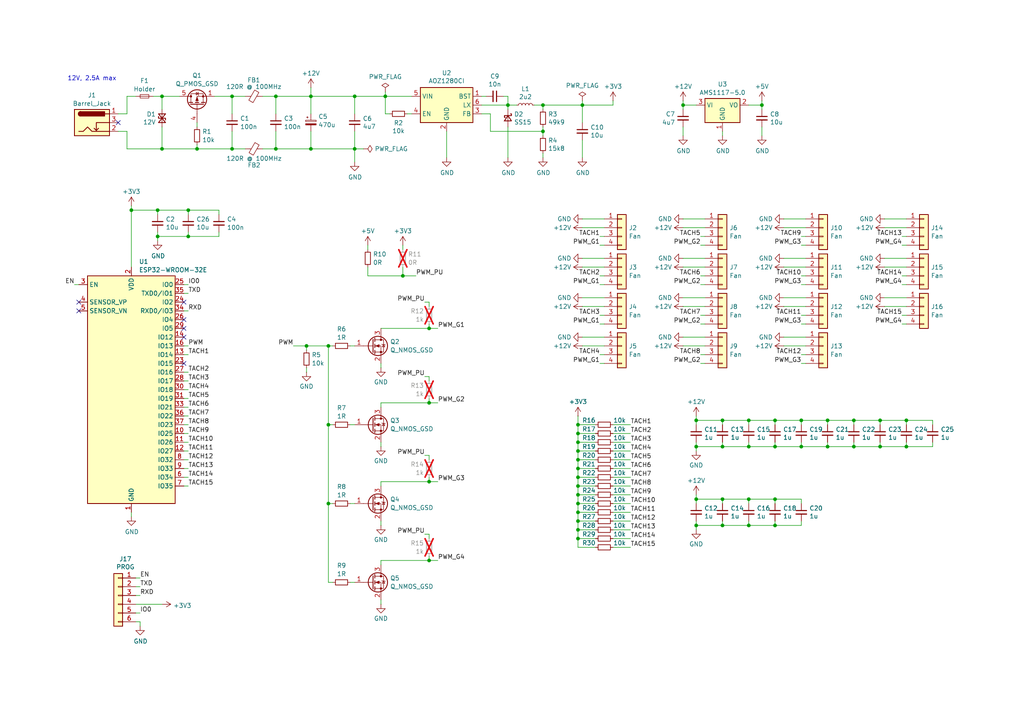
<source format=kicad_sch>
(kicad_sch (version 20231120) (generator "eeschema") (generator_version "8.0")
  (paper "A4")
  (junction (at 90.17 27.94))
  (junction (at 167.64 133.35))
  (junction (at 46.99 27.94))
  (junction (at 147.32 30.48))
  (junction (at 54.61 60.96))
  (junction (at 209.55 121.92))
  (junction (at 168.91 30.48))
  (junction (at 167.64 123.19))
  (junction (at 255.27 129.54))
  (junction (at 157.48 30.48))
  (junction (at 217.17 129.54))
  (junction (at 167.64 130.81))
  (junction (at 95.25 123.19))
  (junction (at 209.55 129.54))
  (junction (at 45.72 60.96))
  (junction (at 232.41 129.54))
  (junction (at 124.46 139.7))
  (junction (at 45.72 68.58))
  (junction (at 90.17 43.18))
  (junction (at 220.98 30.48))
  (junction (at 38.1 60.96))
  (junction (at 167.64 128.27))
  (junction (at 46.99 43.18))
  (junction (at 157.48 38.1))
  (junction (at 224.79 152.4))
  (junction (at 247.65 121.92))
  (junction (at 167.64 148.59))
  (junction (at 247.65 129.54))
  (junction (at 217.17 152.4))
  (junction (at 111.76 27.94))
  (junction (at 80.01 27.94))
  (junction (at 262.89 121.92))
  (junction (at 57.15 43.18))
  (junction (at 102.87 43.18))
  (junction (at 124.46 162.56))
  (junction (at 198.12 30.48))
  (junction (at 167.64 143.51))
  (junction (at 167.64 125.73))
  (junction (at 124.46 95.25))
  (junction (at 167.64 146.05))
  (junction (at 167.64 135.89))
  (junction (at 224.79 129.54))
  (junction (at 167.64 156.21))
  (junction (at 95.25 146.05))
  (junction (at 240.03 121.92))
  (junction (at 209.55 144.78))
  (junction (at 201.93 152.4))
  (junction (at 67.31 27.94))
  (junction (at 167.64 138.43))
  (junction (at 124.46 116.84))
  (junction (at 102.87 27.94))
  (junction (at 262.89 129.54))
  (junction (at 201.93 144.78))
  (junction (at 88.9 100.33))
  (junction (at 240.03 129.54))
  (junction (at 54.61 68.58))
  (junction (at 209.55 152.4))
  (junction (at 217.17 144.78))
  (junction (at 167.64 153.67))
  (junction (at 67.31 43.18))
  (junction (at 167.64 140.97))
  (junction (at 201.93 121.92))
  (junction (at 224.79 144.78))
  (junction (at 201.93 129.54))
  (junction (at 80.01 43.18))
  (junction (at 255.27 121.92))
  (junction (at 232.41 121.92))
  (junction (at 224.79 121.92))
  (junction (at 95.25 100.33))
  (junction (at 116.84 80.01))
  (junction (at 217.17 121.92))
  (junction (at 167.64 151.13))
  (no_connect (at 53.34 97.79))
  (no_connect (at 22.86 90.17))
  (no_connect (at 34.29 35.56))
  (no_connect (at 53.34 87.63))
  (no_connect (at 53.34 95.25))
  (no_connect (at 53.34 92.71))
  (no_connect (at 53.34 105.41))
  (no_connect (at 22.86 87.63))
  (wire (pts (xy 224.79 151.13) (xy 224.79 152.4)))
  (wire (pts (xy 227.33 88.9) (xy 233.68 88.9)))
  (wire (pts (xy 232.41 68.58) (xy 233.68 68.58)))
  (wire (pts (xy 53.34 130.81) (xy 54.61 130.81)))
  (wire (pts (xy 198.12 88.9) (xy 204.47 88.9)))
  (wire (pts (xy 220.98 30.48) (xy 220.98 31.75)))
  (wire (pts (xy 129.54 45.72) (xy 129.54 38.1)))
  (wire (pts (xy 224.79 152.4) (xy 232.41 152.4)))
  (wire (pts (xy 124.46 138.43) (xy 124.46 139.7)))
  (wire (pts (xy 168.91 66.04) (xy 175.26 66.04)))
  (wire (pts (xy 167.64 148.59) (xy 172.72 148.59)))
  (wire (pts (xy 262.89 121.92) (xy 270.51 121.92)))
  (wire (pts (xy 38.1 59.69) (xy 38.1 60.96)))
  (wire (pts (xy 209.55 128.27) (xy 209.55 129.54)))
  (wire (pts (xy 209.55 144.78) (xy 217.17 144.78)))
  (wire (pts (xy 173.99 68.58) (xy 175.26 68.58)))
  (wire (pts (xy 270.51 129.54) (xy 270.51 128.27)))
  (wire (pts (xy 177.8 125.73) (xy 182.88 125.73)))
  (wire (pts (xy 173.99 93.98) (xy 175.26 93.98)))
  (wire (pts (xy 95.25 123.19) (xy 96.52 123.19)))
  (wire (pts (xy 123.19 87.63) (xy 124.46 87.63)))
  (wire (pts (xy 54.61 68.58) (xy 63.5 68.58)))
  (wire (pts (xy 53.34 133.35) (xy 54.61 133.35)))
  (wire (pts (xy 270.51 121.92) (xy 270.51 123.19)))
  (wire (pts (xy 53.34 85.09) (xy 54.61 85.09)))
  (wire (pts (xy 111.76 33.02) (xy 113.03 33.02)))
  (wire (pts (xy 167.64 140.97) (xy 172.72 140.97)))
  (wire (pts (xy 46.99 175.26) (xy 39.37 175.26)))
  (wire (pts (xy 154.94 30.48) (xy 157.48 30.48)))
  (wire (pts (xy 240.03 121.92) (xy 240.03 123.19)))
  (wire (pts (xy 203.2 93.98) (xy 204.47 93.98)))
  (wire (pts (xy 255.27 129.54) (xy 262.89 129.54)))
  (wire (pts (xy 110.49 139.7) (xy 110.49 140.97)))
  (wire (pts (xy 124.46 154.94) (xy 124.46 156.21)))
  (wire (pts (xy 201.93 152.4) (xy 201.93 153.67)))
  (wire (pts (xy 217.17 121.92) (xy 224.79 121.92)))
  (wire (pts (xy 261.62 80.01) (xy 262.89 80.01)))
  (wire (pts (xy 209.55 38.1) (xy 209.55 39.37)))
  (wire (pts (xy 45.72 60.96) (xy 54.61 60.96)))
  (wire (pts (xy 118.11 33.02) (xy 119.38 33.02)))
  (wire (pts (xy 247.65 129.54) (xy 255.27 129.54)))
  (wire (pts (xy 224.79 121.92) (xy 232.41 121.92)))
  (wire (pts (xy 54.61 60.96) (xy 63.5 60.96)))
  (wire (pts (xy 232.41 91.44) (xy 233.68 91.44)))
  (wire (pts (xy 167.64 130.81) (xy 167.64 133.35)))
  (wire (pts (xy 38.1 60.96) (xy 38.1 77.47)))
  (wire (pts (xy 57.15 35.56) (xy 57.15 36.83)))
  (wire (pts (xy 39.37 180.34) (xy 40.64 180.34)))
  (wire (pts (xy 177.8 138.43) (xy 182.88 138.43)))
  (wire (pts (xy 53.34 90.17) (xy 54.61 90.17)))
  (wire (pts (xy 198.12 30.48) (xy 198.12 31.75)))
  (wire (pts (xy 168.91 30.48) (xy 168.91 29.21)))
  (wire (pts (xy 110.49 95.25) (xy 124.46 95.25)))
  (wire (pts (xy 147.32 36.83) (xy 147.32 45.72)))
  (wire (pts (xy 227.33 77.47) (xy 233.68 77.47)))
  (wire (pts (xy 95.25 146.05) (xy 96.52 146.05)))
  (wire (pts (xy 53.34 120.65) (xy 54.61 120.65)))
  (wire (pts (xy 36.83 43.18) (xy 46.99 43.18)))
  (wire (pts (xy 224.79 144.78) (xy 224.79 146.05)))
  (wire (pts (xy 227.33 63.5) (xy 233.68 63.5)))
  (wire (pts (xy 198.12 86.36) (xy 204.47 86.36)))
  (wire (pts (xy 232.41 121.92) (xy 232.41 123.19)))
  (wire (pts (xy 53.34 138.43) (xy 54.61 138.43)))
  (wire (pts (xy 53.34 128.27) (xy 54.61 128.27)))
  (wire (pts (xy 198.12 36.83) (xy 198.12 39.37)))
  (wire (pts (xy 123.19 109.22) (xy 124.46 109.22)))
  (wire (pts (xy 247.65 121.92) (xy 255.27 121.92)))
  (wire (pts (xy 38.1 60.96) (xy 45.72 60.96)))
  (wire (pts (xy 88.9 100.33) (xy 88.9 101.6)))
  (wire (pts (xy 85.09 100.33) (xy 88.9 100.33)))
  (wire (pts (xy 106.68 80.01) (xy 106.68 77.47)))
  (wire (pts (xy 232.41 93.98) (xy 233.68 93.98)))
  (wire (pts (xy 111.76 26.67) (xy 111.76 27.94)))
  (wire (pts (xy 209.55 121.92) (xy 209.55 123.19)))
  (wire (pts (xy 217.17 151.13) (xy 217.17 152.4)))
  (wire (pts (xy 80.01 27.94) (xy 80.01 33.02)))
  (wire (pts (xy 217.17 128.27) (xy 217.17 129.54)))
  (wire (pts (xy 227.33 74.93) (xy 233.68 74.93)))
  (wire (pts (xy 256.54 88.9) (xy 262.89 88.9)))
  (wire (pts (xy 147.32 30.48) (xy 147.32 31.75)))
  (wire (pts (xy 101.6 100.33) (xy 102.87 100.33)))
  (wire (pts (xy 54.61 68.58) (xy 54.61 67.31)))
  (wire (pts (xy 53.34 135.89) (xy 54.61 135.89)))
  (wire (pts (xy 232.41 82.55) (xy 233.68 82.55)))
  (wire (pts (xy 95.25 123.19) (xy 95.25 146.05)))
  (wire (pts (xy 53.34 118.11) (xy 54.61 118.11)))
  (wire (pts (xy 168.91 77.47) (xy 175.26 77.47)))
  (wire (pts (xy 247.65 128.27) (xy 247.65 129.54)))
  (wire (pts (xy 95.25 100.33) (xy 96.52 100.33)))
  (wire (pts (xy 157.48 44.45) (xy 157.48 45.72)))
  (wire (pts (xy 168.91 97.79) (xy 175.26 97.79)))
  (wire (pts (xy 217.17 152.4) (xy 224.79 152.4)))
  (wire (pts (xy 177.8 135.89) (xy 182.88 135.89)))
  (wire (pts (xy 53.34 100.33) (xy 54.61 100.33)))
  (wire (pts (xy 167.64 148.59) (xy 167.64 151.13)))
  (wire (pts (xy 177.8 140.97) (xy 182.88 140.97)))
  (wire (pts (xy 227.33 86.36) (xy 233.68 86.36)))
  (wire (pts (xy 167.64 133.35) (xy 167.64 135.89)))
  (wire (pts (xy 198.12 63.5) (xy 204.47 63.5)))
  (wire (pts (xy 261.62 68.58) (xy 262.89 68.58)))
  (wire (pts (xy 201.93 152.4) (xy 209.55 152.4)))
  (wire (pts (xy 167.64 135.89) (xy 167.64 138.43)))
  (wire (pts (xy 177.8 128.27) (xy 182.88 128.27)))
  (wire (pts (xy 46.99 27.94) (xy 52.07 27.94)))
  (wire (pts (xy 201.93 121.92) (xy 209.55 121.92)))
  (wire (pts (xy 106.68 71.12) (xy 106.68 72.39)))
  (wire (pts (xy 167.64 146.05) (xy 167.64 148.59)))
  (wire (pts (xy 201.93 121.92) (xy 201.93 123.19)))
  (wire (pts (xy 201.93 30.48) (xy 198.12 30.48)))
  (wire (pts (xy 232.41 128.27) (xy 232.41 129.54)))
  (wire (pts (xy 80.01 38.1) (xy 80.01 43.18)))
  (wire (pts (xy 124.46 93.98) (xy 124.46 95.25)))
  (wire (pts (xy 240.03 128.27) (xy 240.03 129.54)))
  (wire (pts (xy 177.8 133.35) (xy 182.88 133.35)))
  (wire (pts (xy 105.41 43.18) (xy 102.87 43.18)))
  (wire (pts (xy 168.91 100.33) (xy 175.26 100.33)))
  (wire (pts (xy 123.19 132.08) (xy 124.46 132.08)))
  (wire (pts (xy 147.32 27.94) (xy 146.05 27.94)))
  (wire (pts (xy 209.55 151.13) (xy 209.55 152.4)))
  (wire (pts (xy 167.64 135.89) (xy 172.72 135.89)))
  (wire (pts (xy 177.8 29.21) (xy 177.8 30.48)))
  (wire (pts (xy 142.24 38.1) (xy 157.48 38.1)))
  (wire (pts (xy 53.34 125.73) (xy 54.61 125.73)))
  (wire (pts (xy 127 139.7) (xy 124.46 139.7)))
  (wire (pts (xy 247.65 121.92) (xy 247.65 123.19)))
  (wire (pts (xy 261.62 71.12) (xy 262.89 71.12)))
  (wire (pts (xy 173.99 102.87) (xy 175.26 102.87)))
  (wire (pts (xy 262.89 129.54) (xy 262.89 128.27)))
  (wire (pts (xy 45.72 68.58) (xy 45.72 69.85)))
  (wire (pts (xy 38.1 148.59) (xy 38.1 149.86)))
  (wire (pts (xy 110.49 151.13) (xy 110.49 152.4)))
  (wire (pts (xy 198.12 97.79) (xy 204.47 97.79)))
  (wire (pts (xy 95.25 168.91) (xy 96.52 168.91)))
  (wire (pts (xy 119.38 27.94) (xy 111.76 27.94)))
  (wire (pts (xy 201.93 144.78) (xy 201.93 146.05)))
  (wire (pts (xy 167.64 153.67) (xy 167.64 156.21)))
  (wire (pts (xy 116.84 80.01) (xy 106.68 80.01)))
  (wire (pts (xy 127 162.56) (xy 124.46 162.56)))
  (wire (pts (xy 232.41 151.13) (xy 232.41 152.4)))
  (wire (pts (xy 198.12 29.21) (xy 198.12 30.48)))
  (wire (pts (xy 67.31 27.94) (xy 71.12 27.94)))
  (wire (pts (xy 110.49 128.27) (xy 110.49 129.54)))
  (wire (pts (xy 80.01 27.94) (xy 90.17 27.94)))
  (wire (pts (xy 157.48 30.48) (xy 168.91 30.48)))
  (wire (pts (xy 62.23 27.94) (xy 67.31 27.94)))
  (wire (pts (xy 217.17 30.48) (xy 220.98 30.48)))
  (wire (pts (xy 261.62 93.98) (xy 262.89 93.98)))
  (wire (pts (xy 63.5 68.58) (xy 63.5 67.31)))
  (wire (pts (xy 90.17 27.94) (xy 90.17 33.02)))
  (wire (pts (xy 240.03 121.92) (xy 247.65 121.92)))
  (wire (pts (xy 167.64 130.81) (xy 172.72 130.81)))
  (wire (pts (xy 36.83 33.02) (xy 34.29 33.02)))
  (wire (pts (xy 40.64 180.34) (xy 40.64 181.61)))
  (wire (pts (xy 173.99 71.12) (xy 175.26 71.12)))
  (wire (pts (xy 167.64 128.27) (xy 167.64 130.81)))
  (wire (pts (xy 255.27 121.92) (xy 262.89 121.92)))
  (wire (pts (xy 262.89 129.54) (xy 270.51 129.54)))
  (wire (pts (xy 168.91 88.9) (xy 175.26 88.9)))
  (wire (pts (xy 101.6 123.19) (xy 102.87 123.19)))
  (wire (pts (xy 203.2 91.44) (xy 204.47 91.44)))
  (wire (pts (xy 201.93 129.54) (xy 209.55 129.54)))
  (wire (pts (xy 256.54 86.36) (xy 262.89 86.36)))
  (wire (pts (xy 201.93 129.54) (xy 201.93 130.81)))
  (wire (pts (xy 53.34 113.03) (xy 54.61 113.03)))
  (wire (pts (xy 157.48 38.1) (xy 157.48 36.83)))
  (wire (pts (xy 57.15 41.91) (xy 57.15 43.18)))
  (wire (pts (xy 124.46 95.25) (xy 127 95.25)))
  (wire (pts (xy 102.87 27.94) (xy 111.76 27.94)))
  (wire (pts (xy 167.64 143.51) (xy 167.64 146.05)))
  (wire (pts (xy 177.8 130.81) (xy 182.88 130.81)))
  (wire (pts (xy 167.64 128.27) (xy 172.72 128.27)))
  (wire (pts (xy 124.46 132.08) (xy 124.46 133.35)))
  (wire (pts (xy 139.7 30.48) (xy 147.32 30.48)))
  (wire (pts (xy 167.64 156.21) (xy 172.72 156.21)))
  (wire (pts (xy 124.46 162.56) (xy 110.49 162.56)))
  (wire (pts (xy 53.34 82.55) (xy 54.61 82.55)))
  (wire (pts (xy 157.48 38.1) (xy 157.48 39.37)))
  (wire (pts (xy 177.8 123.19) (xy 182.88 123.19)))
  (wire (pts (xy 45.72 60.96) (xy 45.72 62.23)))
  (wire (pts (xy 256.54 63.5) (xy 262.89 63.5)))
  (wire (pts (xy 198.12 77.47) (xy 204.47 77.47)))
  (wire (pts (xy 256.54 77.47) (xy 262.89 77.47)))
  (wire (pts (xy 67.31 27.94) (xy 67.31 33.02)))
  (wire (pts (xy 220.98 29.21) (xy 220.98 30.48)))
  (wire (pts (xy 120.65 80.01) (xy 116.84 80.01)))
  (wire (pts (xy 227.33 100.33) (xy 233.68 100.33)))
  (wire (pts (xy 173.99 82.55) (xy 175.26 82.55)))
  (wire (pts (xy 101.6 168.91) (xy 102.87 168.91)))
  (wire (pts (xy 124.46 116.84) (xy 110.49 116.84)))
  (wire (pts (xy 90.17 43.18) (xy 102.87 43.18)))
  (wire (pts (xy 209.55 129.54) (xy 217.17 129.54)))
  (wire (pts (xy 167.64 143.51) (xy 172.72 143.51)))
  (wire (pts (xy 142.24 33.02) (xy 142.24 38.1)))
  (wire (pts (xy 147.32 30.48) (xy 149.86 30.48)))
  (wire (pts (xy 167.64 138.43) (xy 172.72 138.43)))
  (wire (pts (xy 232.41 105.41) (xy 233.68 105.41)))
  (wire (pts (xy 261.62 91.44) (xy 262.89 91.44)))
  (wire (pts (xy 90.17 27.94) (xy 102.87 27.94)))
  (wire (pts (xy 168.91 86.36) (xy 175.26 86.36)))
  (wire (pts (xy 90.17 38.1) (xy 90.17 43.18)))
  (wire (pts (xy 167.64 125.73) (xy 172.72 125.73)))
  (wire (pts (xy 201.93 120.65) (xy 201.93 121.92)))
  (wire (pts (xy 201.93 143.51) (xy 201.93 144.78)))
  (wire (pts (xy 232.41 102.87) (xy 233.68 102.87)))
  (wire (pts (xy 53.34 110.49) (xy 54.61 110.49)))
  (wire (pts (xy 45.72 67.31) (xy 45.72 68.58)))
  (wire (pts (xy 53.34 107.95) (xy 54.61 107.95)))
  (wire (pts (xy 217.17 144.78) (xy 217.17 146.05)))
  (wire (pts (xy 88.9 106.68) (xy 88.9 107.95)))
  (wire (pts (xy 167.64 151.13) (xy 172.72 151.13)))
  (wire (pts (xy 168.91 45.72) (xy 168.91 40.64)))
  (wire (pts (xy 167.64 140.97) (xy 167.64 143.51)))
  (wire (pts (xy 53.34 115.57) (xy 54.61 115.57)))
  (wire (pts (xy 111.76 27.94) (xy 111.76 33.02)))
  (wire (pts (xy 57.15 43.18) (xy 67.31 43.18)))
  (wire (pts (xy 110.49 162.56) (xy 110.49 163.83)))
  (wire (pts (xy 124.46 87.63) (xy 124.46 88.9)))
  (wire (pts (xy 116.84 71.12) (xy 116.84 72.39)))
  (wire (pts (xy 147.32 30.48) (xy 147.32 27.94)))
  (wire (pts (xy 110.49 105.41) (xy 110.49 106.68)))
  (wire (pts (xy 261.62 82.55) (xy 262.89 82.55)))
  (wire (pts (xy 227.33 66.04) (xy 233.68 66.04)))
  (wire (pts (xy 53.34 140.97) (xy 54.61 140.97)))
  (wire (pts (xy 167.64 146.05) (xy 172.72 146.05)))
  (wire (pts (xy 203.2 102.87) (xy 204.47 102.87)))
  (wire (pts (xy 167.64 153.67) (xy 172.72 153.67)))
  (wire (pts (xy 177.8 156.21) (xy 182.88 156.21)))
  (wire (pts (xy 177.8 151.13) (xy 182.88 151.13)))
  (wire (pts (xy 124.46 109.22) (xy 124.46 110.49)))
  (wire (pts (xy 110.49 173.99) (xy 110.49 175.26)))
  (wire (pts (xy 256.54 74.93) (xy 262.89 74.93)))
  (wire (pts (xy 40.64 170.18) (xy 39.37 170.18)))
  (wire (pts (xy 240.03 129.54) (xy 247.65 129.54)))
  (wire (pts (xy 123.19 154.94) (xy 124.46 154.94)))
  (wire (pts (xy 209.55 152.4) (xy 217.17 152.4)))
  (wire (pts (xy 173.99 91.44) (xy 175.26 91.44)))
  (wire (pts (xy 102.87 38.1) (xy 102.87 43.18)))
  (wire (pts (xy 224.79 128.27) (xy 224.79 129.54)))
  (wire (pts (xy 46.99 27.94) (xy 46.99 31.75)))
  (wire (pts (xy 255.27 129.54) (xy 255.27 128.27)))
  (wire (pts (xy 203.2 68.58) (xy 204.47 68.58)))
  (wire (pts (xy 110.49 116.84) (xy 110.49 118.11)))
  (wire (pts (xy 198.12 100.33) (xy 204.47 100.33)))
  (wire (pts (xy 46.99 43.18) (xy 57.15 43.18)))
  (wire (pts (xy 36.83 27.94) (xy 36.83 33.02)))
  (wire (pts (xy 232.41 80.01) (xy 233.68 80.01)))
  (wire (pts (xy 40.64 167.64) (xy 39.37 167.64)))
  (wire (pts (xy 76.2 43.18) (xy 80.01 43.18)))
  (wire (pts (xy 167.64 123.19) (xy 167.64 125.73)))
  (wire (pts (xy 203.2 80.01) (xy 204.47 80.01)))
  (wire (pts (xy 127 116.84) (xy 124.46 116.84)))
  (wire (pts (xy 124.46 115.57) (xy 124.46 116.84)))
  (wire (pts (xy 102.87 27.94) (xy 102.87 33.02)))
  (wire (pts (xy 124.46 161.29) (xy 124.46 162.56)))
  (wire (pts (xy 167.64 138.43) (xy 167.64 140.97)))
  (wire (pts (xy 167.64 125.73) (xy 167.64 128.27)))
  (wire (pts (xy 88.9 100.33) (xy 95.25 100.33)))
  (wire (pts (xy 167.64 156.21) (xy 167.64 158.75)))
  (wire (pts (xy 36.83 38.1) (xy 36.83 43.18)))
  (wire (pts (xy 124.46 139.7) (xy 110.49 139.7)))
  (wire (pts (xy 36.83 27.94) (xy 39.37 27.94)))
  (wire (pts (xy 203.2 71.12) (xy 204.47 71.12)))
  (wire (pts (xy 80.01 43.18) (xy 90.17 43.18)))
  (wire (pts (xy 209.55 144.78) (xy 209.55 146.05)))
  (wire (pts (xy 53.34 102.87) (xy 54.61 102.87)))
  (wire (pts (xy 232.41 144.78) (xy 232.41 146.05)))
  (wire (pts (xy 262.89 121.92) (xy 262.89 123.19)))
  (wire (pts (xy 116.84 77.47) (xy 116.84 80.01)))
  (wire (pts (xy 157.48 30.48) (xy 157.48 31.75)))
  (wire (pts (xy 255.27 121.92) (xy 255.27 123.19)))
  (wire (pts (xy 256.54 66.04) (xy 262.89 66.04)))
  (wire (pts (xy 168.91 30.48) (xy 168.91 35.56)))
  (wire (pts (xy 67.31 43.18) (xy 71.12 43.18)))
  (wire (pts (xy 177.8 30.48) (xy 168.91 30.48)))
  (wire (pts (xy 177.8 148.59) (xy 182.88 148.59)))
  (wire (pts (xy 95.25 146.05) (xy 95.25 168.91)))
  (wire (pts (xy 173.99 105.41) (xy 175.26 105.41)))
  (wire (pts (xy 217.17 121.92) (xy 217.17 123.19)))
  (wire (pts (xy 63.5 60.96) (xy 63.5 62.23)))
  (wire (pts (xy 203.2 82.55) (xy 204.47 82.55)))
  (wire (pts (xy 217.17 129.54) (xy 224.79 129.54)))
  (wire (pts (xy 227.33 97.79) (xy 233.68 97.79)))
  (wire (pts (xy 224.79 129.54) (xy 232.41 129.54)))
  (wire (pts (xy 46.99 36.83) (xy 46.99 43.18)))
  (wire (pts (xy 232.41 129.54) (xy 240.03 129.54)))
  (wire (pts (xy 198.12 74.93) (xy 204.47 74.93)))
  (wire (pts (xy 177.8 158.75) (xy 182.88 158.75)))
  (wire (pts (xy 102.87 43.18) (xy 102.87 46.99)))
  (wire (pts (xy 167.64 133.35) (xy 172.72 133.35)))
  (wire (pts (xy 224.79 144.78) (xy 232.41 144.78)))
  (wire (pts (xy 90.17 25.4) (xy 90.17 27.94)))
  (wire (pts (xy 67.31 38.1) (xy 67.31 43.18)))
  (wire (pts (xy 201.93 128.27) (xy 201.93 129.54)))
  (wire (pts (xy 167.64 151.13) (xy 167.64 153.67)))
  (wire (pts (xy 76.2 27.94) (xy 80.01 27.94)))
  (wire (pts (xy 45.72 68.58) (xy 54.61 68.58)))
  (wire (pts (xy 167.64 158.75) (xy 172.72 158.75)))
  (wire (pts (xy 201.93 151.13) (xy 201.93 152.4)))
  (wire (pts (xy 139.7 33.02) (xy 142.24 33.02)))
  (wire (pts (xy 177.8 153.67) (xy 182.88 153.67)))
  (wire (pts (xy 203.2 105.41) (xy 204.47 105.41)))
  (wire (pts (xy 54.61 60.96) (xy 54.61 62.23)))
  (wire (pts (xy 167.64 123.19) (xy 172.72 123.19)))
  (wire (pts (xy 173.99 80.01) (xy 175.26 80.01)))
  (wire (pts (xy 139.7 27.94) (xy 140.97 27.94)))
  (wire (pts (xy 95.25 100.33) (xy 95.25 123.19)))
  (wire (pts (xy 40.64 172.72) (xy 39.37 172.72)))
  (wire (pts (xy 34.29 38.1) (xy 36.83 38.1)))
  (wire (pts (xy 198.12 66.04) (xy 204.47 66.04)))
  (wire (pts (xy 217.17 144.78) (xy 224.79 144.78)))
  (wire (pts (xy 201.93 144.78) (xy 209.55 144.78)))
  (wire (pts (xy 168.91 74.93) (xy 175.26 74.93)))
  (wire (pts (xy 101.6 146.05) (xy 102.87 146.05)))
  (wire (pts (xy 168.91 63.5) (xy 175.26 63.5)))
  (wire (pts (xy 167.64 120.65) (xy 167.64 123.19)))
  (wire (pts (xy 224.79 121.92) (xy 224.79 123.19)))
  (wire (pts (xy 44.45 27.94) (xy 46.99 27.94)))
  (wire (pts (xy 40.64 177.8) (xy 39.37 177.8)))
  (wire (pts (xy 209.55 121.92) (xy 217.17 121.92)))
  (wire (pts (xy 177.8 143.51) (xy 182.88 143.51)))
  (wire (pts (xy 232.41 71.12) (xy 233.68 71.12)))
  (wire (pts (xy 220.98 36.83) (xy 220.98 39.37)))
  (wire (pts (xy 21.59 82.55) (xy 22.86 82.55)))
  (wire (pts (xy 232.41 121.92) (xy 240.03 121.92)))
  (wire (pts (xy 177.8 146.05) (xy 182.88 146.05)))
  (wire (pts (xy 53.34 123.19) (xy 54.61 123.19)))
  (text "12V, 2.5A max" (at 26.67 22.86 0) (effects (font (size 1.27 1.27))))
  (label "TACH9" (at 182.88 143.51 0))
  (label "TACH15" (at 182.88 158.75 0))
  (label "TACH8" (at 203.2 102.87 180))
  (label "TACH10" (at 232.41 80.01 180))
  (label "PWM_G1" (at 173.99 71.12 180))
  (label "TACH12" (at 182.88 151.13 0))
  (label "PWM_G1" (at 173.99 105.41 180))
  (label "TACH1" (at 54.61 102.87 0))
  (label "TACH11" (at 232.41 91.44 180))
  (label "PWM_G1" (at 173.99 93.98 180))
  (label "TACH7" (at 203.2 91.44 180))
  (label "RXD" (at 40.64 172.72 0))
  (label "TACH5" (at 54.61 115.57 0))
  (label "TACH13" (at 261.62 68.58 180))
  (label "PWM_PU" (at 123.19 87.63 180))
  (label "TACH2" (at 173.99 80.01 180))
  (label "TACH9" (at 232.41 68.58 180))
  (label "TXD" (at 40.64 170.18 0))
  (label "TACH1" (at 182.88 123.19 0))
  (label "PWM_G3" (at 127 139.7 0))
  (label "TACH5" (at 203.2 68.58 180))
  (label "TACH13" (at 54.61 135.89 0))
  (label "TACH3" (at 54.61 110.49 0))
  (label "PWM_PU" (at 123.19 109.22 180))
  (label "TACH15" (at 54.61 140.97 0))
  (label "PWM_G3" (at 232.41 105.41 180))
  (label "TACH12" (at 232.41 102.87 180))
  (label "PWM_G2" (at 203.2 105.41 180))
  (label "TACH11" (at 182.88 148.59 0))
  (label "TACH7" (at 54.61 120.65 0))
  (label "PWM_G4" (at 127 162.56 0))
  (label "TACH9" (at 54.61 125.73 0))
  (label "PWM_PU" (at 123.19 154.94 180))
  (label "TACH5" (at 182.88 133.35 0))
  (label "PWM" (at 85.09 100.33 180))
  (label "PWM_G2" (at 127 116.84 0))
  (label "TXD" (at 54.61 85.09 0))
  (label "TACH3" (at 182.88 128.27 0))
  (label "PWM_PU" (at 120.65 80.01 0))
  (label "TACH2" (at 182.88 125.73 0))
  (label "PWM_PU" (at 123.19 132.08 180))
  (label "TACH14" (at 54.61 138.43 0))
  (label "PWM_G3" (at 232.41 93.98 180))
  (label "PWM_G4" (at 261.62 93.98 180))
  (label "PWM_G4" (at 261.62 82.55 180))
  (label "PWM_G2" (at 203.2 93.98 180))
  (label "TACH1" (at 173.99 68.58 180))
  (label "TACH8" (at 54.61 123.19 0))
  (label "IO0" (at 54.61 82.55 0))
  (label "TACH6" (at 54.61 118.11 0))
  (label "RXD" (at 54.61 90.17 0))
  (label "TACH4" (at 54.61 113.03 0))
  (label "PWM_G2" (at 203.2 71.12 180))
  (label "PWM_G1" (at 127 95.25 0))
  (label "PWM" (at 54.61 100.33 0))
  (label "TACH2" (at 54.61 107.95 0))
  (label "TACH10" (at 54.61 128.27 0))
  (label "PWM_G2" (at 203.2 82.55 180))
  (label "EN" (at 40.64 167.64 0))
  (label "TACH4" (at 182.88 130.81 0))
  (label "PWM_G3" (at 232.41 71.12 180))
  (label "TACH11" (at 54.61 130.81 0))
  (label "TACH14" (at 261.62 80.01 180))
  (label "PWM_G4" (at 261.62 71.12 180))
  (label "PWM_G1" (at 173.99 82.55 180))
  (label "TACH15" (at 261.62 91.44 180))
  (label "TACH6" (at 203.2 80.01 180))
  (label "PWM_G3" (at 232.41 82.55 180))
  (label "TACH8" (at 182.88 140.97 0))
  (label "TACH12" (at 54.61 133.35 0))
  (label "EN" (at 21.59 82.55 180))
  (label "IO0" (at 40.64 177.8 0))
  (label "TACH13" (at 182.88 153.67 0))
  (label "TACH7" (at 182.88 138.43 0))
  (label "TACH6" (at 182.88 135.89 0))
  (label "TACH10" (at 182.88 146.05 0))
  (label "TACH4" (at 173.99 102.87 180))
  (label "TACH3" (at 173.99 91.44 180))
  (label "TACH14" (at 182.88 156.21 0))
  (symbol (lib_id "Device:R_Small") (at 175.26 156.21 270) (unit 1)
    (property "Reference" "R29" (at 170.815 154.94 90))
    (property "Value" "10k" (at 179.705 154.94 90))
    (property "Footprint" "Resistor_SMD:R_0402_1005Metric" (effects (hide yes)))
    (property "LCSC" "C25744" (effects (hide yes)))
    (property "MPN" "0402WGF1002TCE" (effects (hide yes)))
    (property "Manufacturer" "UNI-ROYAL(Uniroyal Elec)" (effects (hide yes)))
  )
  (symbol (lib_id "Device:R_Small") (at 116.84 74.93 0) (unit 1) (dnp yes)
    (property "Reference" "R11" (at 118.3386 73.7178 0) (effects (justify left)))
    (property "Value" "0R" (at 118.3386 76.1421 0) (effects (justify left)))
    (property "Footprint" "Resistor_SMD:R_0603_1608Metric_Pad0.98x0.95mm_HandSolder" (effects (hide yes)))
    (property "Description" "Resistor, small symbol" (effects (hide yes)))
    (property "LCSC" "C21189" (effects (hide yes)))
    (property "MPN" "0603WAF0000T5E" (effects (hide yes)))
    (property "Manufacturer" "UNI-ROYAL(Uniroyal Elec)" (effects (hide yes)))
  )
  (symbol (lib_id "power:GND") (at 110.49 175.26 0) (unit 1)
    (property "Reference" "#PWR014" (effects (hide yes)))
    (property "Value" "GND" (at 110.49 179.3931 0))
    (property "Description" "Power symbol creates a global label with name \"GND\" , ground" (effects (hide yes)))
  )
  (symbol (lib_id "Device:R_Small") (at 88.9 104.14 0) (unit 1)
    (property "Reference" "R5" (at 90.3986 102.9278 0) (effects (justify left)))
    (property "Value" "10k" (at 90.3986 105.3521 0) (effects (justify left)))
    (property "Footprint" "Resistor_SMD:R_0402_1005Metric" (effects (hide yes)))
    (property "LCSC" "C25744" (effects (hide yes)))
    (property "MPN" "0402WGF1002TCE" (effects (hide yes)))
    (property "Manufacturer" "UNI-ROYAL(Uniroyal Elec)" (effects (hide yes)))
  )
  (symbol (lib_id "hw-rescue:GND-power") (at 40.64 181.61 0) (unit 1)
    (property "Reference" "#PWR052" (effects (hide yes)))
    (property "Value" "GND" (at 40.767 186.0042 0))
  )
  (symbol (lib_id "Device:D_TVS_Small") (at 46.99 34.29 270) (unit 1)
    (property "Reference" "D1" (at 45.212 33.1216 90) (effects (justify right)))
    (property "Value" "12V" (at 45.212 35.433 90) (effects (justify right)))
    (property "Footprint" "Diode_SMD:D_SMA" (effects (hide yes)))
    (property "Datasheet" "https://wmsc.lcsc.com/wmsc/upload/file/pdf/v2/lcsc/2303141030_MDD-Microdiode-Electronics-SMAJ12CA_C110042.pdf" (effects (hide yes)))
    (property "Description" "Bidirectional transient-voltage-suppression diode, small symbol" (effects (hide yes)))
    (property "Manufacturer" "MDD(Microdiode Electronics)" (effects (hide yes)))
    (property "MPN" "SMAJ12CA" (effects (hide yes)))
    (property "LCSC" "C110042" (effects (hide yes)))
  )
  (symbol (lib_id "power:+12V") (at 168.91 66.04 90) (unit 1)
    (property "Reference" "#PWR016" (effects (hide yes)))
    (property "Value" "+12V" (at 165.735 66.04 90) (effects (justify left)))
    (property "Description" "Power symbol creates a global label with name \"+12V\"" (effects (hide yes)))
  )
  (symbol (lib_id "Device:FerriteBead_Small") (at 73.66 43.18 270) (unit 1)
    (property "Reference" "FB2" (at 73.6981 47.8917 90))
    (property "Value" "120R @ 100MHz" (at 73.6981 45.9707 90))
    (property "Footprint" "Inductor_SMD:L_1206_3216Metric" (effects (hide yes)))
    (property "Datasheet" "https://www.murata.com/en-us/products/productdata/8801529331742/ENFA0091.pdf" (effects (hide yes)))
    (property "Description" "120 Ohms 1 Power Line Ferrite Bead 1206 (3216 Metric) 6A 9mOhm" (effects (hide yes)))
    (property "Manufacturer" "Murata Electronics" (effects (hide yes)))
    (property "MPN" "BLM31KN121SN1L" (effects (hide yes)))
    (property "LCSC" "C337884" (effects (hide yes)))
  )
  (symbol (lib_id "power:GND") (at 168.91 74.93 270) (unit 1)
    (property "Reference" "#PWR018" (effects (hide yes)))
    (property "Value" "GND" (at 165.7351 74.93 90) (effects (justify right)))
    (property "Description" "Power symbol creates a global label with name \"GND\" , ground" (effects (hide yes)))
  )
  (symbol (lib_id "Device:R_Small") (at 157.48 41.91 180) (unit 1)
    (property "Reference" "R4" (at 158.9786 40.7416 0) (effects (justify right)))
    (property "Value" "15k8" (at 158.9786 43.053 0) (effects (justify right)))
    (property "Footprint" "Resistor_SMD:R_0402_1005Metric" (effects (hide yes)))
  )
  (symbol (lib_id "hw-rescue:GND-power") (at 209.55 39.37 0) (unit 1)
    (property "Reference" "#PWR049" (effects (hide yes)))
    (property "Value" "GND" (at 209.677 43.7642 0))
  )
  (symbol (lib_id "Device:C_Small") (at 54.61 64.77 0) (unit 1)
    (property "Reference" "C26" (at 56.9468 63.6016 0) (effects (justify left)))
    (property "Value" "10u" (at 56.9468 65.913 0) (effects (justify left)))
    (property "Footprint" "Capacitor_SMD:C_0805_2012Metric" (effects (hide yes)))
    (property "Datasheet" "https://api.kemet.com/component-edge/download/datasheet/C0805C106K4PACTU.pdf" (effects (hide yes)))
    (property "Digikey" "399-8012-1-ND" (effects (hide yes)))
    (property "MPN" "GRM21BR61H106KE43L" (effects (hide yes)))
    (property "Manufacturer" "Murata Electronics" (effects (hide yes)))
    (property "LCSC" "C440198" (effects (hide yes)))
  )
  (symbol (lib_id "Device:R_Small") (at 175.26 146.05 270) (unit 1)
    (property "Reference" "R25" (at 170.815 144.78 90))
    (property "Value" "10k" (at 179.705 144.78 90))
    (property "Footprint" "Resistor_SMD:R_0402_1005Metric" (effects (hide yes)))
    (property "LCSC" "C25744" (effects (hide yes)))
    (property "MPN" "0402WGF1002TCE" (effects (hide yes)))
    (property "Manufacturer" "UNI-ROYAL(Uniroyal Elec)" (effects (hide yes)))
  )
  (symbol (lib_id "hw-rescue:GND-power") (at 38.1 149.86 0) (unit 1)
    (property "Reference" "#PWR010" (effects (hide yes)))
    (property "Value" "GND" (at 38.227 154.2542 0))
  )
  (symbol (lib_id "power:+5V") (at 106.68 71.12 0) (unit 1)
    (property "Reference" "#PWR051" (effects (hide yes)))
    (property "Value" "+5V" (at 106.68 66.9869 0))
    (property "Description" "Power symbol creates a global label with name \"+5V\"" (effects (hide yes)))
  )
  (symbol (lib_id "power:GND") (at 88.9 107.95 0) (unit 1)
    (property "Reference" "#PWR061" (effects (hide yes)))
    (property "Value" "GND" (at 88.9 112.0831 0))
    (property "Description" "Power symbol creates a global label with name \"GND\" , ground" (effects (hide yes)))
  )
  (symbol (lib_id "hw-rescue:+3V3-power") (at 46.99 175.26 270) (unit 1)
    (property "Reference" "#PWR053" (effects (hide yes)))
    (property "Value" "+3V3" (at 50.2412 175.641 90) (effects (justify left)))
  )
  (symbol (lib_id "power:+12V") (at 198.12 66.04 90) (unit 1)
    (property "Reference" "#PWR025" (effects (hide yes)))
    (property "Value" "+12V" (at 194.945 66.04 90) (effects (justify left)))
    (property "Description" "Power symbol creates a global label with name \"+12V\"" (effects (hide yes)))
  )
  (symbol (lib_id "Device:R_Small") (at 175.26 153.67 270) (unit 1)
    (property "Reference" "R28" (at 170.815 152.4 90))
    (property "Value" "10k" (at 179.705 152.4 90))
    (property "Footprint" "Resistor_SMD:R_0402_1005Metric" (effects (hide yes)))
    (property "LCSC" "C25744" (effects (hide yes)))
    (property "MPN" "0402WGF1002TCE" (effects (hide yes)))
    (property "Manufacturer" "UNI-ROYAL(Uniroyal Elec)" (effects (hide yes)))
  )
  (symbol (lib_id "Transistor_FET:DMP3013SFV") (at 57.15 30.48 90) (unit 1)
    (property "Reference" "Q1" (at 57.15 21.8905 90))
    (property "Value" "Q_PMOS_GSD" (at 57.15 24.3148 90))
    (property "Footprint" "Package_SON:Diodes_PowerDI3333-8" (effects (hide yes)))
    (property "Datasheet" "https://wmsc.lcsc.com/wmsc/upload/file/pdf/v2/lcsc/1912111437_Diodes-Incorporated-DMP4025SFG-13_C461090.pdf" (effects (hide yes)))
    (property "Manufacturer" "Diodes Incorporated" (effects (hide yes)))
    (property "MPN" "DMP4025SFG-13" (effects (hide yes)))
    (property "LCSC" "C461090" (effects (hide yes)))
  )
  (symbol (lib_id "Device:C_Small") (at 198.12 34.29 0) (unit 1)
    (property "Reference" "C7" (at 195.7959 33.0841 0) (effects (justify right)))
    (property "Value" "4u7" (at 195.7959 35.5084 0) (effects (justify right)))
    (property "Footprint" "Capacitor_SMD:C_1206_3216Metric" (effects (hide yes)))
    (property "Manufacturer" "FH (Guangdong Fenghua Advanced Tech)" (effects (hide yes)))
    (property "MPN" "1206B475K500NT" (effects (hide yes)))
    (property "LCSC" "C29823" (effects (hide yes)))
  )
  (symbol (lib_id "Device:FerriteBead_Small") (at 73.66 27.94 90) (unit 1)
    (property "Reference" "FB1" (at 73.6219 23.2283 90))
    (property "Value" "120R @ 100MHz" (at 73.6219 25.1493 90))
    (property "Footprint" "Inductor_SMD:L_1206_3216Metric" (effects (hide yes)))
    (property "Datasheet" "https://www.murata.com/en-us/products/productdata/8801529331742/ENFA0091.pdf" (effects (hide yes)))
    (property "Description" "120 Ohms 1 Power Line Ferrite Bead 1206 (3216 Metric) 6A 9mOhm" (effects (hide yes)))
    (property "Manufacturer" "Murata Electronics" (effects (hide yes)))
    (property "MPN" "BLM31KN121SN1L" (effects (hide yes)))
    (property "LCSC" "C337884" (effects (hide yes)))
  )
  (symbol (lib_id "Device:R_Small") (at 175.26 125.73 270) (unit 1)
    (property "Reference" "R17" (at 170.815 124.46 90))
    (property "Value" "10k" (at 179.705 124.46 90))
    (property "Footprint" "Resistor_SMD:R_0402_1005Metric" (effects (hide yes)))
    (property "LCSC" "C25744" (effects (hide yes)))
    (property "MPN" "0402WGF1002TCE" (effects (hide yes)))
    (property "Manufacturer" "UNI-ROYAL(Uniroyal Elec)" (effects (hide yes)))
  )
  (symbol (lib_id "hw-rescue:PWR_FLAG-power") (at 111.76 26.67 0) (unit 1)
    (property "Reference" "#FLG03" (effects (hide yes)))
    (property "Value" "PWR_FLAG" (at 111.76 22.2758 0))
  )
  (symbol (lib_id "Connector_Generic:Conn_01x04") (at 180.34 88.9 0) (unit 1)
    (property "Reference" "J4" (at 182.372 88.9578 0) (effects (justify left)))
    (property "Value" "Fan" (at 182.372 91.3821 0) (effects (justify left)))
    (property "Footprint" "Connector:FanPinHeader_1x04_P2.54mm_Vertical" (effects (hide yes)))
    (property "Description" "Generic connector, single row, 01x04, script generated (kicad-library-utils/schlib/autogen/connector/)" (effects (hide yes)))
  )
  (symbol (lib_id "hw-rescue:PWR_FLAG-power") (at 168.91 29.21 0) (unit 1)
    (property "Reference" "#FLG05" (effects (hide yes)))
    (property "Value" "PWR_FLAG" (at 168.91 24.8158 0))
  )
  (symbol (lib_id "Connector_Generic:Conn_01x04") (at 209.55 88.9 0) (unit 1)
    (property "Reference" "J8" (at 211.582 88.9578 0) (effects (justify left)))
    (property "Value" "Fan" (at 211.582 91.3821 0) (effects (justify left)))
    (property "Footprint" "Connector:FanPinHeader_1x04_P2.54mm_Vertical" (effects (hide yes)))
    (property "Description" "Generic connector, single row, 01x04, script generated (kicad-library-utils/schlib/autogen/connector/)" (effects (hide yes)))
  )
  (symbol (lib_id "Device:C_Small") (at 63.5 64.77 0) (unit 1)
    (property "Reference" "C4" (at 65.8241 63.5641 0) (effects (justify left)))
    (property "Value" "100n" (at 65.8241 65.9884 0) (effects (justify left)))
    (property "Footprint" "Capacitor_SMD:C_0402_1005Metric" (effects (hide yes)))
    (property "Description" "Unpolarized capacitor, small symbol" (effects (hide yes)))
  )
  (symbol (lib_id "power:+12V") (at 198.12 29.21 0) (unit 1)
    (property "Reference" "#PWR015" (effects (hide yes)))
    (property "Value" "+12V" (at 198.12 25.0769 0))
    (property "Description" "Power symbol creates a global label with name \"+12V\"" (effects (hide yes)))
  )
  (symbol (lib_id "Connector_Generic:Conn_01x04") (at 267.97 77.47 0) (unit 1)
    (property "Reference" "J15" (at 270.002 77.5278 0) (effects (justify left)))
    (property "Value" "Fan" (at 270.002 79.9521 0) (effects (justify left)))
    (property "Footprint" "Connector:FanPinHeader_1x04_P2.54mm_Vertical" (effects (hide yes)))
    (property "Description" "Generic connector, single row, 01x04, script generated (kicad-library-utils/schlib/autogen/connector/)" (effects (hide yes)))
  )
  (symbol (lib_id "Device:R_Small") (at 175.26 128.27 270) (unit 1)
    (property "Reference" "R18" (at 170.815 127 90))
    (property "Value" "10k" (at 179.705 127 90))
    (property "Footprint" "Resistor_SMD:R_0402_1005Metric" (effects (hide yes)))
    (property "LCSC" "C25744" (effects (hide yes)))
    (property "MPN" "0402WGF1002TCE" (effects (hide yes)))
    (property "Manufacturer" "UNI-ROYAL(Uniroyal Elec)" (effects (hide yes)))
  )
  (symbol (lib_id "power:+3V3") (at 38.1 59.69 0) (unit 1)
    (property "Reference" "#PWR08" (effects (hide yes)))
    (property "Value" "+3V3" (at 38.1 55.5569 0))
    (property "Description" "Power symbol creates a global label with name \"+3V3\"" (effects (hide yes)))
  )
  (symbol (lib_id "Device:R_Small") (at 175.26 130.81 270) (unit 1)
    (property "Reference" "R19" (at 170.815 129.54 90))
    (property "Value" "10k" (at 179.705 129.54 90))
    (property "Footprint" "Resistor_SMD:R_0402_1005Metric" (effects (hide yes)))
    (property "LCSC" "C25744" (effects (hide yes)))
    (property "MPN" "0402WGF1002TCE" (effects (hide yes)))
    (property "Manufacturer" "UNI-ROYAL(Uniroyal Elec)" (effects (hide yes)))
  )
  (symbol (lib_id "hw-rescue:GND-power") (at 168.91 45.72 0) (unit 1)
    (property "Reference" "#PWR07" (effects (hide yes)))
    (property "Value" "GND" (at 169.037 50.1142 0))
  )
  (symbol (lib_id "power:GND") (at 201.93 153.67 0) (unit 1)
    (property "Reference" "#PWR060" (effects (hide yes)))
    (property "Value" "GND" (at 201.93 157.8031 0))
    (property "Description" "Power symbol creates a global label with name \"GND\" , ground" (effects (hide yes)))
  )
  (symbol (lib_id "hw-rescue:PWR_FLAG-power") (at 105.41 43.18 270) (unit 1)
    (property "Reference" "#FLG04" (effects (hide yes)))
    (property "Value" "PWR_FLAG" (at 108.6612 43.18 90) (effects (justify left)))
  )
  (symbol (lib_id "power:+3V3") (at 116.84 71.12 0) (unit 1)
    (property "Reference" "#PWR050" (effects (hide yes)))
    (property "Value" "+3V3" (at 116.84 66.9869 0))
    (property "Description" "Power symbol creates a global label with name \"+3V3\"" (effects (hide yes)))
  )
  (symbol (lib_id "power:GND") (at 198.12 86.36 270) (unit 1)
    (property "Reference" "#PWR028" (effects (hide yes)))
    (property "Value" "GND" (at 194.9451 86.36 90) (effects (justify right)))
    (property "Description" "Power symbol creates a global label with name \"GND\" , ground" (effects (hide yes)))
  )
  (symbol (lib_id "Device:C_Small") (at 80.01 35.56 0) (unit 1)
    (property "Reference" "C3" (at 82.3341 34.3542 0) (effects (justify left)))
    (property "Value" "100n" (at 82.3341 36.7784 0) (effects (justify left)))
    (property "Footprint" "Capacitor_SMD:C_0805_2012Metric" (effects (hide yes)))
    (property "LCSC" "C28233" (effects (hide yes)))
  )
  (symbol (lib_id "Device:C_Small") (at 209.55 148.59 0) (unit 1)
    (property "Reference" "C14" (at 211.8868 147.4216 0) (effects (justify left)))
    (property "Value" "1u" (at 211.8868 149.733 0) (effects (justify left)))
    (property "Footprint" "Capacitor_SMD:C_0805_2012Metric" (effects (hide yes)))
  )
  (symbol (lib_id "power:+5V") (at 220.98 29.21 0) (unit 1)
    (property "Reference" "#PWR046" (effects (hide yes)))
    (property "Value" "+5V" (at 220.98 25.0769 0))
    (property "Description" "Power symbol creates a global label with name \"+5V\"" (effects (hide yes)))
  )
  (symbol (lib_id "power:+12V") (at 256.54 88.9 90) (unit 1)
    (property "Reference" "#PWR045" (effects (hide yes)))
    (property "Value" "+12V" (at 253.365 88.9 90) (effects (justify left)))
    (property "Description" "Power symbol creates a global label with name \"+12V\"" (effects (hide yes)))
  )
  (symbol (lib_id "Device:C_Small") (at 45.72 64.77 0) (unit 1)
    (property "Reference" "C2" (at 48.0568 63.6016 0) (effects (justify left)))
    (property "Value" "10u" (at 48.0568 65.913 0) (effects (justify left)))
    (property "Footprint" "Capacitor_SMD:C_0805_2012Metric" (effects (hide yes)))
    (property "Datasheet" "https://api.kemet.com/component-edge/download/datasheet/C0805C106K4PACTU.pdf" (effects (hide yes)))
    (property "Digikey" "399-8012-1-ND" (effects (hide yes)))
    (property "MPN" "GRM21BR61H106KE43L" (effects (hide yes)))
    (property "Manufacturer" "Murata Electronics" (effects (hide yes)))
    (property "LCSC" "C440198" (effects (hide yes)))
  )
  (symbol (lib_id "Connector_Generic:Conn_01x04") (at 238.76 66.04 0) (unit 1)
    (property "Reference" "J10" (at 240.792 66.0978 0) (effects (justify left)))
    (property "Value" "Fan" (at 240.792 68.5221 0) (effects (justify left)))
    (property "Footprint" "Connector:FanPinHeader_1x04_P2.54mm_Vertical" (effects (hide yes)))
    (property "Description" "Generic connector, single row, 01x04, script generated (kicad-library-utils/schlib/autogen/connector/)" (effects (hide yes)))
  )
  (symbol (lib_id "power:+12V") (at 90.17 25.4 0) (unit 1)
    (property "Reference" "#PWR01" (effects (hide yes)))
    (property "Value" "+12V" (at 90.17 21.2669 0))
    (property "Description" "Power symbol creates a global label with name \"+12V\"" (effects (hide yes)))
  )
  (symbol (lib_id "power:GND") (at 198.12 97.79 270) (unit 1)
    (property "Reference" "#PWR030" (effects (hide yes)))
    (property "Value" "GND" (at 194.9451 97.79 90) (effects (justify right)))
    (property "Description" "Power symbol creates a global label with name \"GND\" , ground" (effects (hide yes)))
  )
  (symbol (lib_id "Device:C_Small") (at 168.91 38.1 0) (unit 1)
    (property "Reference" "C10" (at 171.2468 36.9316 0) (effects (justify left)))
    (property "Value" "10u" (at 171.2468 39.243 0) (effects (justify left)))
    (property "Footprint" "Capacitor_SMD:C_0805_2012Metric" (effects (hide yes)))
    (property "Datasheet" "https://api.kemet.com/component-edge/download/datasheet/C0805C106K4PACTU.pdf" (effects (hide yes)))
    (property "Digikey" "399-8012-1-ND" (effects (hide yes)))
    (property "MPN" "GRM21BR61H106KE43L" (effects (hide yes)))
    (property "Manufacturer" "Murata Electronics" (effects (hide yes)))
    (property "LCSC" "C440198" (effects (hide yes)))
  )
  (symbol (lib_id "power:+12V") (at 227.33 100.33 90) (unit 1)
    (property "Reference" "#PWR039" (effects (hide yes)))
    (property "Value" "+12V" (at 224.155 100.33 90) (effects (justify left)))
    (property "Description" "Power symbol creates a global label with name \"+12V\"" (effects (hide yes)))
  )
  (symbol (lib_id "Device:R_Small") (at 175.26 138.43 270) (unit 1)
    (property "Reference" "R22" (at 170.815 137.16 90))
    (property "Value" "10k" (at 179.705 137.16 90))
    (property "Footprint" "Resistor_SMD:R_0402_1005Metric" (effects (hide yes)))
    (property "LCSC" "C25744" (effects (hide yes)))
    (property "MPN" "0402WGF1002TCE" (effects (hide yes)))
    (property "Manufacturer" "UNI-ROYAL(Uniroyal Elec)" (effects (hide yes)))
  )
  (symbol (lib_id "Regulator_Switching:AOZ1280CI") (at 129.54 30.48 0) (unit 1)
    (property "Reference" "U2" (at 129.54 21.1582 0))
    (property "Value" "AOZ1280CI" (at 129.54 23.4696 0))
    (property "Footprint" "Package_TO_SOT_SMD:SOT-23-6" (effects (hide yes)))
    (property "Datasheet" "http://aosmd.com/res/data_sheets/AOZ1280CI.pdf" (effects (hide yes)))
    (property "Digikey" "785-1277-1-ND" (effects (hide yes)))
    (property "MPN" "AOZ1280CI" (effects (hide yes)))
    (property "Manufacturer" "Alpha & Omega Semiconductor Inc." (effects (hide yes)))
    (property "LCSC" "C41240" (effects (hide yes)))
  )
  (symbol (lib_id "power:+12V") (at 256.54 77.47 90) (unit 1)
    (property "Reference" "#PWR043" (effects (hide yes)))
    (property "Value" "+12V" (at 253.365 77.47 90) (effects (justify left)))
    (property "Description" "Power symbol creates a global label with name \"+12V\"" (effects (hide yes)))
  )
  (symbol (lib_id "power:GND") (at 227.33 97.79 270) (unit 1)
    (property "Reference" "#PWR038" (effects (hide yes)))
    (property "Value" "GND" (at 224.1551 97.79 90) (effects (justify right)))
    (property "Description" "Power symbol creates a global label with name \"GND\" , ground" (effects (hide yes)))
  )
  (symbol (lib_id "power:+12V") (at 227.33 77.47 90) (unit 1)
    (property "Reference" "#PWR035" (effects (hide yes)))
    (property "Value" "+12V" (at 224.155 77.47 90) (effects (justify left)))
    (property "Description" "Power symbol creates a global label with name \"+12V\"" (effects (hide yes)))
  )
  (symbol (lib_id "Device:C_Polarized_Small") (at 90.17 35.56 0) (unit 1)
    (property "Reference" "C5" (at 92.329 33.8017 0) (effects (justify left)))
    (property "Value" "470u" (at 92.329 36.226 0) (effects (justify left)))
    (property "Footprint" "Capacitor_SMD:CP_Elec_10x10" (effects (hide yes)))
    (property "Datasheet" "https://wmsc.lcsc.com/wmsc/upload/file/pdf/v2/lcsc/2304140030_Nichicon-UWD1E471MCL1GS_C251022.pdf" (effects (hide yes)))
    (property "Description" "Polarized capacitor, small symbol" (effects (hide yes)))
    (property "Manufacturer" "Nichicon" (effects (hide yes)))
    (property "MPN" "UWD1E471MCL1GS" (effects (hide yes)))
    (property "LCSC" "C251022" (effects (hide yes)))
  )
  (symbol (lib_id "Device:R_Small") (at 99.06 123.19 90) (unit 1)
    (property "Reference" "R7" (at 99.06 118.3089 90))
    (property "Value" "1R" (at 99.06 120.7332 90))
    (property "Footprint" "Resistor_SMD:R_0402_1005Metric" (effects (hide yes)))
    (property "Description" "Resistor, small symbol" (effects (hide yes)))
  )
  (symbol (lib_id "Device:C_Small") (at 224.79 148.59 0) (unit 1)
    (property "Reference" "C18" (at 227.1268 147.4216 0) (effects (justify left)))
    (property "Value" "1u" (at 227.1268 149.733 0) (effects (justify left)))
    (property "Footprint" "Capacitor_SMD:C_0805_2012Metric" (effects (hide yes)))
  )
  (symbol (lib_id "power:GND") (at 227.33 63.5 270) (unit 1)
    (property "Reference" "#PWR032" (effects (hide yes)))
    (property "Value" "GND" (at 224.1551 63.5 90) (effects (justify right)))
    (property "Description" "Power symbol creates a global label with name \"GND\" , ground" (effects (hide yes)))
  )
  (symbol (lib_id "power:GND") (at 227.33 86.36 270) (unit 1)
    (property "Reference" "#PWR036" (effects (hide yes)))
    (property "Value" "GND" (at 224.1551 86.36 90) (effects (justify right)))
    (property "Description" "Power symbol creates a global label with name \"GND\" , ground" (effects (hide yes)))
  )
  (symbol (lib_id "Device:R_Small") (at 124.46 135.89 0) (unit 1) (dnp yes)
    (property "Reference" "R14" (at 122.9614 134.6778 0) (effects (justify right)))
    (property "Value" "1k" (at 122.9614 137.1021 0) (effects (justify right)))
    (property "Footprint" "Resistor_SMD:R_0603_1608Metric_Pad0.98x0.95mm_HandSolder" (effects (hide yes)))
    (property "LCSC" "C11702" (effects (hide yes)))
    (property "MPN" "0402WGF1001TCE" (effects (hide yes)))
    (property "Manufacturer" "UNI-ROYAL(Uniroyal Elec)" (effects (hide yes)))
  )
  (symbol (lib_id "Device:R_Small") (at 175.26 135.89 270) (unit 1)
    (property "Reference" "R21" (at 170.815 134.62 90))
    (property "Value" "10k" (at 179.705 134.62 90))
    (property "Footprint" "Resistor_SMD:R_0402_1005Metric" (effects (hide yes)))
    (property "LCSC" "C25744" (effects (hide yes)))
    (property "MPN" "0402WGF1002TCE" (effects (hide yes)))
    (property "Manufacturer" "UNI-ROYAL(Uniroyal Elec)" (effects (hide yes)))
  )
  (symbol (lib_id "Device:C_Small") (at 255.27 125.73 0) (unit 1)
    (property "Reference" "C23" (at 257.6068 124.5616 0) (effects (justify left)))
    (property "Value" "1u" (at 257.6068 126.873 0) (effects (justify left)))
    (property "Footprint" "Capacitor_SMD:C_0805_2012Metric" (effects (hide yes)))
  )
  (symbol (lib_id "Device:R_Small") (at 124.46 91.44 0) (unit 1) (dnp yes)
    (property "Reference" "R12" (at 122.9614 90.2278 0) (effects (justify right)))
    (property "Value" "1k" (at 122.9614 92.6521 0) (effects (justify right)))
    (property "Footprint" "Resistor_SMD:R_0603_1608Metric_Pad0.98x0.95mm_HandSolder" (effects (hide yes)))
    (property "LCSC" "C11702" (effects (hide yes)))
    (property "MPN" "0402WGF1001TCE" (effects (hide yes)))
    (property "Manufacturer" "UNI-ROYAL(Uniroyal Elec)" (effects (hide yes)))
  )
  (symbol (lib_id "Connector_Generic:Conn_01x04") (at 238.76 77.47 0) (unit 1)
    (property "Reference" "J11" (at 240.792 77.5278 0) (effects (justify left)))
    (property "Value" "Fan" (at 240.792 79.9521 0) (effects (justify left)))
    (property "Footprint" "Connector:FanPinHeader_1x04_P2.54mm_Vertical" (effects (hide yes)))
    (property "Description" "Generic connector, single row, 01x04, script generated (kicad-library-utils/schlib/autogen/connector/)" (effects (hide yes)))
  )
  (symbol (lib_id "Connector_Generic:Conn_01x04") (at 209.55 66.04 0) (unit 1)
    (property "Reference" "J6" (at 211.582 66.0978 0) (effects (justify left)))
    (property "Value" "Fan" (at 211.582 68.5221 0) (effects (justify left)))
    (property "Footprint" "Connector:FanPinHeader_1x04_P2.54mm_Vertical" (effects (hide yes)))
    (property "Description" "Generic connector, single row, 01x04, script generated (kicad-library-utils/schlib/autogen/connector/)" (effects (hide yes)))
  )
  (symbol (lib_id "hw-rescue:GND-power") (at 220.98 39.37 0) (unit 1)
    (property "Reference" "#PWR048" (effects (hide yes)))
    (property "Value" "GND" (at 221.107 43.7642 0))
  )
  (symbol (lib_id "Device:C_Small") (at 232.41 148.59 0) (unit 1)
    (property "Reference" "C20" (at 234.7468 147.4216 0) (effects (justify left)))
    (property "Value" "1u" (at 234.7468 149.733 0) (effects (justify left)))
    (property "Footprint" "Capacitor_SMD:C_0805_2012Metric" (effects (hide yes)))
  )
  (symbol (lib_id "Device:C_Small") (at 143.51 27.94 270) (unit 1)
    (property "Reference" "C9" (at 143.51 22.1234 90))
    (property "Value" "10n" (at 143.51 24.4348 90))
    (property "Footprint" "Capacitor_SMD:C_0402_1005Metric" (effects (hide yes)))
  )
  (symbol (lib_id "hw-rescue:GND-power") (at 45.72 69.85 0) (unit 1)
    (property "Reference" "#PWR09" (effects (hide yes)))
    (property "Value" "GND" (at 45.847 74.2442 0))
  )
  (symbol (lib_id "Device:R_Small") (at 175.26 148.59 270) (unit 1)
    (property "Reference" "R26" (at 170.815 147.32 90))
    (property "Value" "10k" (at 179.705 147.32 90))
    (property "Footprint" "Resistor_SMD:R_0402_1005Metric" (effects (hide yes)))
    (property "LCSC" "C25744" (effects (hide yes)))
    (property "MPN" "0402WGF1002TCE" (effects (hide yes)))
    (property "Manufacturer" "UNI-ROYAL(Uniroyal Elec)" (effects (hide yes)))
  )
  (symbol (lib_id "power:+12V") (at 198.12 77.47 90) (unit 1)
    (property "Reference" "#PWR027" (effects (hide yes)))
    (property "Value" "+12V" (at 194.945 77.47 90) (effects (justify left)))
    (property "Description" "Power symbol creates a global label with name \"+12V\"" (effects (hide yes)))
  )
  (symbol (lib_id "Device:R_Small") (at 175.26 151.13 270) (unit 1)
    (property "Reference" "R27" (at 170.815 149.86 90))
    (property "Value" "10k" (at 179.705 149.86 90))
    (property "Footprint" "Resistor_SMD:R_0402_1005Metric" (effects (hide yes)))
    (property "LCSC" "C25744" (effects (hide yes)))
    (property "MPN" "0402WGF1002TCE" (effects (hide yes)))
    (property "Manufacturer" "UNI-ROYAL(Uniroyal Elec)" (effects (hide yes)))
  )
  (symbol (lib_id "Device:C_Small") (at 67.31 35.56 0) (unit 1)
    (property "Reference" "C1" (at 69.6341 34.3542 0) (effects (justify left)))
    (property "Value" "100n" (at 69.6341 36.7784 0) (effects (justify left)))
    (property "Footprint" "Capacitor_SMD:C_0805_2012Metric" (effects (hide yes)))
    (property "LCSC" "C28233" (effects (hide yes)))
  )
  (symbol (lib_id "Device:C_Small") (at 102.87 35.56 0) (unit 1)
    (property "Reference" "C6" (at 105.2068 34.3916 0) (effects (justify left)))
    (property "Value" "4u7" (at 105.2068 36.703 0) (effects (justify left)))
    (property "Footprint" "Capacitor_SMD:C_1206_3216Metric" (effects (hide yes)))
    (property "Manufacturer" "FH (Guangdong Fenghua Advanced Tech)" (effects (hide yes)))
    (property "MPN" "1206B475K500NT" (effects (hide yes)))
    (property "LCSC" "C29823" (effects (hide yes)))
  )
  (symbol (lib_id "Connector_Generic:Conn_01x04") (at 267.97 66.04 0) (unit 1)
    (property "Reference" "J14" (at 270.002 66.0978 0) (effects (justify left)))
    (property "Value" "Fan" (at 270.002 68.5221 0) (effects (justify left)))
    (property "Footprint" "Connector:FanPinHeader_1x04_P2.54mm_Vertical" (effects (hide yes)))
    (property "Description" "Generic connector, single row, 01x04, script generated (kicad-library-utils/schlib/autogen/connector/)" (effects (hide yes)))
  )
  (symbol (lib_id "Device:Q_NMOS_GSD") (at 107.95 146.05 0) (unit 1)
    (property "Reference" "Q4" (at 113.157 144.8378 0) (effects (justify left)))
    (property "Value" "Q_NMOS_GSD" (at 113.157 147.2621 0) (effects (justify left)))
    (property "Footprint" "Package_TO_SOT_SMD:SOT-23" (effects (hide yes)))
    (property "Description" "N-MOSFET transistor, gate/source/drain" (effects (hide yes)))
    (property "LCSC" "C20917" (effects (hide yes)))
    (property "MPN" "AO3400A" (effects (hide yes)))
    (property "Manufacturer" "Alpha & Omega Semicon" (effects (hide yes)))
  )
  (symbol (lib_id "hw-rescue:GND-power") (at 129.54 45.72 0) (unit 1)
    (property "Reference" "#PWR04" (effects (hide yes)))
    (property "Value" "GND" (at 129.667 50.1142 0))
  )
  (symbol (lib_id "Connector_Generic:Conn_01x04") (at 180.34 66.04 0) (unit 1)
    (property "Reference" "J2" (at 182.372 66.0978 0) (effects (justify left)))
    (property "Value" "Fan" (at 182.372 68.5221 0) (effects (justify left)))
    (property "Footprint" "Connector:FanPinHeader_1x04_P2.54mm_Vertical" (effects (hide yes)))
    (property "Description" "Generic connector, single row, 01x04, script generated (kicad-library-utils/schlib/autogen/connector/)" (effects (hide yes)))
  )
  (symbol (lib_id "Device:C_Small") (at 232.41 125.73 0) (unit 1)
    (property "Reference" "C19" (at 234.7468 124.5616 0) (effects (justify left)))
    (property "Value" "1u" (at 234.7468 126.873 0) (effects (justify left)))
    (property "Footprint" "Capacitor_SMD:C_0805_2012Metric" (effects (hide yes)))
  )
  (symbol (lib_id "Device:L_Small") (at 152.4 30.48 90) (unit 1)
    (property "Reference" "L1" (at 152.4 25.781 90))
    (property "Value" "2u2" (at 152.4 28.0924 90))
    (property "Footprint" "Inductor_SMD:L_Taiyo-Yuden_NR-24xx" (effects (hide yes)))
    (property "Datasheet" "https://ds.yuden.co.jp/TYCOMPAS/ut/specSheet?pn=NRH2412T2R2MNGH++" (effects (hide yes)))
    (property "Manufacturer" "Taiyo Yuden" (effects (hide yes)))
    (property "MPN" "NRH2412T2R2MNGH" (effects (hide yes)))
    (property "Digikey" "587-3443-1-ND" (effects (hide yes)))
  )
  (symbol (lib_id "Device:C_Small") (at 217.17 125.73 0) (unit 1)
    (property "Reference" "C15" (at 219.5068 124.5616 0) (effects (justify left)))
    (property "Value" "1u" (at 219.5068 126.873 0) (effects (justify left)))
    (property "Footprint" "Capacitor_SMD:C_0805_2012Metric" (effects (hide yes)))
  )
  (symbol (lib_id "power:+12V") (at 201.93 120.65 0) (unit 1)
    (property "Reference" "#PWR057" (effects (hide yes)))
    (property "Value" "+12V" (at 201.93 116.5169 0))
    (property "Description" "Power symbol creates a global label with name \"+12V\"" (effects (hide yes)))
  )
  (symbol (lib_id "Device:C_Small") (at 270.51 125.73 0) (unit 1)
    (property "Reference" "C25" (at 272.8468 124.5616 0) (effects (justify left)))
    (property "Value" "1u" (at 272.8468 126.873 0) (effects (justify left)))
    (property "Footprint" "Capacitor_SMD:C_0805_2012Metric" (effects (hide yes)))
  )
  (symbol (lib_id "Connector_Generic:Conn_01x04") (at 209.55 77.47 0) (unit 1)
    (property "Reference" "J7" (at 211.582 77.5278 0) (effects (justify left)))
    (property "Value" "Fan" (at 211.582 79.9521 0) (effects (justify left)))
    (property "Footprint" "Connector:FanPinHeader_1x04_P2.54mm_Vertical" (effects (hide yes)))
    (property "Description" "Generic connector, single row, 01x04, script generated (kicad-library-utils/schlib/autogen/connector/)" (effects (hide yes)))
  )
  (symbol (lib_id "Device:R_Small") (at 99.06 100.33 90) (unit 1)
    (property "Reference" "R6" (at 99.06 95.4489 90))
    (property "Value" "1R" (at 99.06 97.8732 90))
    (property "Footprint" "Resistor_SMD:R_0402_1005Metric" (effects (hide yes)))
    (property "Description" "Resistor, small symbol" (effects (hide yes)))
  )
  (symbol (lib_id "power:+12V") (at 198.12 100.33 90) (unit 1)
    (property "Reference" "#PWR031" (effects (hide yes)))
    (property "Value" "+12V" (at 194.945 100.33 90) (effects (justify left)))
    (property "Description" "Power symbol creates a global label with name \"+12V\"" (effects (hide yes)))
  )
  (symbol (lib_id "Device:R_Small") (at 57.15 39.37 0) (unit 1)
    (property "Reference" "R1" (at 58.6486 38.1578 0) (effects (justify left)))
    (property "Value" "10k" (at 58.6486 40.5821 0) (effects (justify left)))
    (property "Footprint" "Resistor_SMD:R_0402_1005Metric" (effects (hide yes)))
    (property "LCSC" "C25744" (effects (hide yes)))
    (property "MPN" "0402WGF1002TCE" (effects (hide yes)))
    (property "Manufacturer" "UNI-ROYAL(Uniroyal Elec)" (effects (hide yes)))
  )
  (symbol (lib_id "hw-rescue:GND-power") (at 157.48 45.72 0) (unit 1)
    (property "Reference" "#PWR06" (effects (hide yes)))
    (property "Value" "GND" (at 157.607 50.1142 0))
  )
  (symbol (lib_id "power:GND") (at 256.54 74.93 270) (unit 1)
    (property "Reference" "#PWR042" (effects (hide yes)))
    (property "Value" "GND" (at 253.3651 74.93 90) (effects (justify right)))
    (property "Description" "Power symbol creates a global label with name \"GND\" , ground" (effects (hide yes)))
  )
  (symbol (lib_id "Device:D_Schottky_Small") (at 147.32 34.29 270) (unit 1)
    (property "Reference" "D2" (at 149.098 33.1216 90) (effects (justify left)))
    (property "Value" "SS15" (at 149.098 35.433 90) (effects (justify left)))
    (property "Footprint" "Diode_SMD:D_SOD-123F" (effects (hide yes)))
    (property "Datasheet" "https://datasheet.lcsc.com/lcsc/2304140030_Jiangsu-Changjing-Electronics-Technology-Co---Ltd--B5819W-SL_C8598.pdf" (effects (hide yes)))
    (property "Manufacturer" "Jiangsu Changjing Electronics Technology Co., Ltd." (effects (hide yes)))
    (property "MPN" "B5819W SL" (effects (hide yes)))
    (property "LCSC" "C8598" (effects (hide yes)))
  )
  (symbol (lib_id "Connector_Generic:Conn_01x04") (at 267.97 88.9 0) (unit 1)
    (property "Reference" "J16" (at 270.002 88.9578 0) (effects (justify left)))
    (property "Value" "Fan" (at 270.002 91.3821 0) (effects (justify left)))
    (property "Footprint" "Connector:FanPinHeader_1x04_P2.54mm_Vertical" (effects (hide yes)))
    (property "Description" "Generic connector, single row, 01x04, script generated (kicad-library-utils/schlib/autogen/connector/)" (effects (hide yes)))
  )
  (symbol (lib_id "Device:R_Small") (at 124.46 158.75 0) (unit 1) (dnp yes)
    (property "Reference" "R15" (at 122.9614 157.5378 0) (effects (justify right)))
    (property "Value" "1k" (at 122.9614 159.9621 0) (effects (justify right)))
    (property "Footprint" "Resistor_SMD:R_0603_1608Metric_Pad0.98x0.95mm_HandSolder" (effects (hide yes)))
    (property "LCSC" "C11702" (effects (hide yes)))
    (property "MPN" "0402WGF1001TCE" (effects (hide yes)))
    (property "Manufacturer" "UNI-ROYAL(Uniroyal Elec)" (effects (hide yes)))
  )
  (symbol (lib_id "Connector_Generic:Conn_01x04") (at 238.76 100.33 0) (unit 1)
    (property "Reference" "J13" (at 240.792 100.3878 0) (effects (justify left)))
    (property "Value" "Fan" (at 240.792 102.8121 0) (effects (justify left)))
    (property "Footprint" "Connector:FanPinHeader_1x04_P2.54mm_Vertical" (effects (hide yes)))
    (property "Description" "Generic connector, single row, 01x04, script generated (kicad-library-utils/schlib/autogen/connector/)" (effects (hide yes)))
  )
  (symbol (lib_id "power:GND") (at 227.33 74.93 270) (unit 1)
    (property "Reference" "#PWR034" (effects (hide yes)))
    (property "Value" "GND" (at 224.1551 74.93 90) (effects (justify right)))
    (property "Description" "Power symbol creates a global label with name \"GND\" , ground" (effects (hide yes)))
  )
  (symbol (lib_id "Connector_Generic:Conn_01x04") (at 180.34 100.33 0) (unit 1)
    (property "Reference" "J5" (at 182.372 100.3878 0) (effects (justify left)))
    (property "Value" "Fan" (at 182.372 102.8121 0) (effects (justify left)))
    (property "Footprint" "Connector:FanPinHeader_1x04_P2.54mm_Vertical" (effects (hide yes)))
    (property "Description" "Generic connector, single row, 01x04, script generated (kicad-library-utils/schlib/autogen/connector/)" (effects (hide yes)))
  )
  (symbol (lib_id "power:GND") (at 201.93 130.81 0) (unit 1)
    (property "Reference" "#PWR058" (effects (hide yes)))
    (property "Value" "GND" (at 201.93 134.9431 0))
    (property "Description" "Power symbol creates a global label with name \"GND\" , ground" (effects (hide yes)))
  )
  (symbol (lib_id "Device:C_Small") (at 220.98 34.29 0) (unit 1)
    (property "Reference" "C8" (at 223.3168 33.1216 0) (effects (justify left)))
    (property "Value" "10u" (at 223.3168 35.433 0) (effects (justify left)))
    (property "Footprint" "Capacitor_SMD:C_0805_2012Metric" (effects (hide yes)))
    (property "Datasheet" "https://api.kemet.com/component-edge/download/datasheet/C0805C106K4PACTU.pdf" (effects (hide yes)))
    (property "Digikey" "399-8012-1-ND" (effects (hide yes)))
    (property "MPN" "GRM21BR61H106KE43L" (effects (hide yes)))
    (property "Manufacturer" "Murata Electronics" (effects (hide yes)))
    (property "LCSC" "C440198" (effects (hide yes)))
  )
  (symbol (lib_id "Device:Q_NMOS_GSD") (at 107.95 123.19 0) (unit 1)
    (property "Reference" "Q3" (at 113.157 121.9778 0) (effects (justify left)))
    (property "Value" "Q_NMOS_GSD" (at 113.157 124.4021 0) (effects (justify left)))
    (property "Footprint" "Package_TO_SOT_SMD:SOT-23" (effects (hide yes)))
    (property "Description" "N-MOSFET transistor, gate/source/drain" (effects (hide yes)))
    (property "LCSC" "C20917" (effects (hide yes)))
    (property "MPN" "AO3400A" (effects (hide yes)))
    (property "Manufacturer" "Alpha & Omega Semicon" (effects (hide yes)))
  )
  (symbol (lib_id "Device:Q_NMOS_GSD") (at 107.95 168.91 0) (unit 1)
    (property "Reference" "Q5" (at 113.157 167.6978 0) (effects (justify left)))
    (property "Value" "Q_NMOS_GSD" (at 113.157 170.1221 0) (effects (justify left)))
    (property "Footprint" "Package_TO_SOT_SMD:SOT-23" (effects (hide yes)))
    (property "Description" "N-MOSFET transistor, gate/source/drain" (effects (hide yes)))
    (property "LCSC" "C20917" (effects (hide yes)))
    (property "MPN" "AO3400A" (effects (hide yes)))
    (property "Manufacturer" "Alpha & Omega Semicon" (effects (hide yes)))
  )
  (symbol (lib_id "power:+12V") (at 168.91 77.47 90) (unit 1)
    (property "Reference" "#PWR019" (effects (hide yes)))
    (property "Value" "+12V" (at 165.735 77.47 90) (effects (justify left)))
    (property "Description" "Power symbol creates a global label with name \"+12V\"" (effects (hide yes)))
  )
  (symbol (lib_id "Device:R_Small") (at 175.26 133.35 270) (unit 1)
    (property "Reference" "R20" (at 170.815 132.08 90))
    (property "Value" "10k" (at 179.705 132.08 90))
    (property "Footprint" "Resistor_SMD:R_0402_1005Metric" (effects (hide yes)))
    (property "LCSC" "C25744" (effects (hide yes)))
    (property "MPN" "0402WGF1002TCE" (effects (hide yes)))
    (property "Manufacturer" "UNI-ROYAL(Uniroyal Elec)" (effects (hide yes)))
  )
  (symbol (lib_id "Device:R_Small") (at 99.06 168.91 90) (unit 1)
    (property "Reference" "R9" (at 99.06 164.0289 90))
    (property "Value" "1R" (at 99.06 166.4532 90))
    (property "Footprint" "Resistor_SMD:R_0402_1005Metric" (effects (hide yes)))
    (property "Description" "Resistor, small symbol" (effects (hide yes)))
  )
  (symbol (lib_id "power:+12V") (at 198.12 88.9 90) (unit 1)
    (property "Reference" "#PWR029" (effects (hide yes)))
    (property "Value" "+12V" (at 194.945 88.9 90) (effects (justify left)))
    (property "Description" "Power symbol creates a global label with name \"+12V\"" (effects (hide yes)))
  )
  (symbol (lib_id "Device:Fuse_Small") (at 41.91 27.94 0) (unit 1)
    (property "Reference" "F1" (at 41.91 23.4145 0))
    (property "Value" "Holder" (at 41.91 25.8388 0))
    (property "Footprint" "local:XFCN_PTF-77" (effects (hide yes)))
    (property "Description" "Fuse, small symbol" (effects (hide yes)))
    (property "Manufacturer" "XFCN" (effects (hide yes)))
    (property "MPN" "PTF-77" (effects (hide yes)))
    (property "LCSC" "C717030" (effects (hide yes)))
  )
  (symbol (lib_id "power:GND") (at 168.91 63.5 270) (unit 1)
    (property "Reference" "#PWR017" (effects (hide yes)))
    (property "Value" "GND" (at 165.7351 63.5 90) (effects (justify right)))
    (property "Description" "Power symbol creates a global label with name \"GND\" , ground" (effects (hide yes)))
  )
  (symbol (lib_id "power:+12V") (at 201.93 143.51 0) (unit 1)
    (property "Reference" "#PWR059" (effects (hide yes)))
    (property "Value" "+12V" (at 201.93 139.3769 0))
    (property "Description" "Power symbol creates a global label with name \"+12V\"" (effects (hide yes)))
  )
  (symbol (lib_id "power:+12V") (at 227.33 88.9 90) (unit 1)
    (property "Reference" "#PWR037" (effects (hide yes)))
    (property "Value" "+12V" (at 224.155 88.9 90) (effects (justify left)))
    (property "Description" "Power symbol creates a global label with name \"+12V\"" (effects (hide yes)))
  )
  (symbol (lib_id "Device:C_Small") (at 240.03 125.73 0) (unit 1)
    (property "Reference" "C21" (at 242.3668 124.5616 0) (effects (justify left)))
    (property "Value" "1u" (at 242.3668 126.873 0) (effects (justify left)))
    (property "Footprint" "Capacitor_SMD:C_0805_2012Metric" (effects (hide yes)))
  )
  (symbol (lib_id "power:GND") (at 198.12 74.93 270) (unit 1)
    (property "Reference" "#PWR026" (effects (hide yes)))
    (property "Value" "GND" (at 194.9451 74.93 90) (effects (justify right)))
    (property "Description" "Power symbol creates a global label with name \"GND\" , ground" (effects (hide yes)))
  )
  (symbol (lib_id "Device:R_Small") (at 115.57 33.02 270) (unit 1)
    (property "Reference" "R2" (at 115.57 35.6616 90))
    (property "Value" "10k" (at 115.57 37.973 90))
    (property "Footprint" "Resistor_SMD:R_0402_1005Metric" (effects (hide yes)))
    (property "LCSC" "C25744" (effects (hide yes)))
    (property "MPN" "0402WGF1002TCE" (effects (hide yes)))
    (property "Manufacturer" "UNI-ROYAL(Uniroyal Elec)" (effects (hide yes)))
  )
  (symbol (lib_id "Device:C_Small") (at 217.17 148.59 0) (unit 1)
    (property "Reference" "C16" (at 219.5068 147.4216 0) (effects (justify left)))
    (property "Value" "1u" (at 219.5068 149.733 0) (effects (justify left)))
    (property "Footprint" "Capacitor_SMD:C_0805_2012Metric" (effects (hide yes)))
  )
  (symbol (lib_id "hw-rescue:GND-power") (at 198.12 39.37 0) (unit 1)
    (property "Reference" "#PWR047" (effects (hide yes)))
    (property "Value" "GND" (at 198.247 43.7642 0))
  )
  (symbol (lib_id "Connector_Generic:Conn_01x04") (at 209.55 100.33 0) (unit 1)
    (property "Reference" "J9" (at 211.582 100.3878 0) (effects (justify left)))
    (property "Value" "Fan" (at 211.582 102.8121 0) (effects (justify left)))
    (property "Footprint" "Connector:FanPinHeader_1x04_P2.54mm_Vertical" (effects (hide yes)))
    (property "Description" "Generic connector, single row, 01x04, script generated (kicad-library-utils/schlib/autogen/connector/)" (effects (hide yes)))
  )
  (symbol (lib_id "Connector_Generic:Conn_01x04") (at 238.76 88.9 0) (unit 1)
    (property "Reference" "J12" (at 240.792 88.9578 0) (effects (justify left)))
    (property "Value" "Fan" (at 240.792 91.3821 0) (effects (justify left)))
    (property "Footprint" "Connector:FanPinHeader_1x04_P2.54mm_Vertical" (effects (hide yes)))
    (property "Description" "Generic connector, single row, 01x04, script generated (kicad-library-utils/schlib/autogen/connector/)" (effects (hide yes)))
  )
  (symbol (lib_id "Device:C_Small") (at 201.93 125.73 0) (unit 1)
    (property "Reference" "C11" (at 204.2668 124.5616 0) (effects (justify left)))
    (property "Value" "1u" (at 204.2668 126.873 0) (effects (justify left)))
    (property "Footprint" "Capacitor_SMD:C_0805_2012Metric" (effects (hide yes)))
  )
  (symbol (lib_id "Device:C_Small") (at 262.89 125.73 0) (unit 1)
    (property "Reference" "C24" (at 265.2268 124.5616 0) (effects (justify left)))
    (property "Value" "1u" (at 265.2268 126.873 0) (effects (justify left)))
    (property "Footprint" "Capacitor_SMD:C_0805_2012Metric" (effects (hide yes)))
  )
  (symbol (lib_id "Connector_Generic:Conn_01x06") (at 34.29 172.72 0) (mirror y) (unit 1)
    (property "Reference" "J17" (at 36.3728 162.1282 0))
    (property "Value" "PROG" (at 36.3728 164.4396 0))
    (property "Footprint" "Connector_PinHeader_2.54mm:PinHeader_1x06_P2.54mm_Vertical_SMD_Pin1Left" (effects (hide yes)))
    (property "Description" "Generic connector, single row, 01x06, script generated (kicad-library-utils/schlib/autogen/connector/)" (effects (hide yes)))
  )
  (symbol (lib_id "power:+3V3") (at 167.64 120.65 0) (unit 1)
    (property "Reference" "#PWR056" (effects (hide yes)))
    (property "Value" "+3V3" (at 167.64 116.5169 0))
    (property "Description" "Power symbol creates a global label with name \"+3V3\"" (effects (hide yes)))
  )
  (symbol (lib_id "Device:R_Small") (at 175.26 140.97 270) (unit 1)
    (property "Reference" "R23" (at 170.815 139.7 90))
    (property "Value" "10k" (at 179.705 139.7 90))
    (property "Footprint" "Resistor_SMD:R_0402_1005Metric" (effects (hide yes)))
    (property "LCSC" "C25744" (effects (hide yes)))
    (property "MPN" "0402WGF1002TCE" (effects (hide yes)))
    (property "Manufacturer" "UNI-ROYAL(Uniroyal Elec)" (effects (hide yes)))
  )
  (symbol (lib_id "Device:C_Small") (at 224.79 125.73 0) (unit 1)
    (property "Reference" "C17" (at 227.1268 124.5616 0) (effects (justify left)))
    (property "Value" "1u" (at 227.1268 126.873 0) (effects (justify left)))
    (property "Footprint" "Capacitor_SMD:C_0805_2012Metric" (effects (hide yes)))
  )
  (symbol (lib_id "power:+12V") (at 168.91 100.33 90) (unit 1)
    (property "Reference" "#PWR023" (effects (hide yes)))
    (property "Value" "+12V" (at 165.735 100.33 90) (effects (justify left)))
    (property "Description" "Power symbol creates a global label with name \"+12V\"" (effects (hide yes)))
  )
  (symbol (lib_id "Device:C_Small") (at 209.55 125.73 0) (unit 1)
    (property "Reference" "C13" (at 211.8868 124.5616 0) (effects (justify left)))
    (property "Value" "1u" (at 211.8868 126.873 0) (effects (justify left)))
    (property "Footprint" "Capacitor_SMD:C_0805_2012Metric" (effects (hide yes)))
  )
  (symbol (lib_id "Device:R_Small") (at 106.68 74.93 0) (unit 1)
    (property "Reference" "R10" (at 108.1786 73.7178 0) (effects (justify left)))
    (property "Value" "0R" (at 108.1786 76.1421 0) (effects (justify left)))
    (property "Footprint" "Resistor_SMD:R_0603_1608Metric_Pad0.98x0.95mm_HandSolder" (effects (hide yes)))
    (property "Description" "Resistor, small symbol" (effects (hide yes)))
    (property "LCSC" "C21189" (effects (hide yes)))
    (property "MPN" "0603WAF0000T5E" (effects (hide yes)))
    (property "Manufacturer" "UNI-ROYAL(Uniroyal Elec)" (effects (hide yes)))
  )
  (symbol (lib_id "hw-rescue:GND-power") (at 147.32 45.72 0) (unit 1)
    (property "Reference" "#PWR05" (effects (hide yes)))
    (property "Value" "GND" (at 147.447 50.1142 0))
  )
  (symbol (lib_id "power:GND") (at 110.49 129.54 0) (unit 1)
    (property "Reference" "#PWR012" (effects (hide yes)))
    (property "Value" "GND" (at 110.49 133.6731 0))
    (property "Description" "Power symbol creates a global label with name \"GND\" , ground" (effects (hide yes)))
  )
  (symbol (lib_id "power:GND") (at 110.49 106.68 0) (unit 1)
    (property "Reference" "#PWR011" (effects (hide yes)))
    (property "Value" "GND" (at 110.49 110.8131 0))
    (property "Description" "Power symbol creates a global label with name \"GND\" , ground" (effects (hide yes)))
  )
  (symbol (lib_id "Device:R_Small") (at 157.48 34.29 180) (unit 1)
    (property "Reference" "R3" (at 158.9786 33.1216 0) (effects (justify right)))
    (property "Value" "49k9" (at 158.9786 35.433 0) (effects (justify right)))
    (property "Footprint" "Resistor_SMD:R_0402_1005Metric" (effects (hide yes)))
  )
  (symbol (lib_id "power:GND") (at 256.54 63.5 270) (unit 1)
    (property "Reference" "#PWR040" (effects (hide yes)))
    (property "Value" "GND" (at 253.3651 63.5 90) (effects (justify right)))
    (property "Description" "Power symbol creates a global label with name \"GND\" , ground" (effects (hide yes)))
  )
  (symbol (lib_id "Device:R_Small") (at 175.26 143.51 270) (unit 1)
    (property "Reference" "R24" (at 170.815 142.24 90))
    (property "Value" "10k" (at 179.705 142.24 90))
    (property "Footprint" "Resistor_SMD:R_0402_1005Metric" (effects (hide yes)))
    (property "LCSC" "C25744" (effects (hide yes)))
    (property "MPN" "0402WGF1002TCE" (effects (hide yes)))
    (property "Manufacturer" "UNI-ROYAL(Uniroyal Elec)" (effects (hide yes)))
  )
  (symbol (lib_id "power:GND") (at 168.91 86.36 270) (unit 1)
    (property "Reference" "#PWR020" (effects (hide yes)))
    (property "Value" "GND" (at 165.7351 86.36 90) (effects (justify right)))
    (property "Description" "Power symbol creates a global label with name \"GND\" , ground" (effects (hide yes)))
  )
  (symbol (lib_id "power:GND") (at 256.54 86.36 270) (unit 1)
    (property "Reference" "#PWR044" (effects (hide yes)))
    (property "Value" "GND" (at 253.3651 86.36 90) (effects (justify right)))
    (property "Description" "Power symbol creates a global label with name \"GND\" , ground" (effects (hide yes)))
  )
  (symbol (lib_id "power:GND") (at 198.12 63.5 270) (unit 1)
    (property "Reference" "#PWR024" (effects (hide yes)))
    (property "Value" "GND" (at 194.9451 63.5 90) (effects (justify right)))
    (property "Description" "Power symbol creates a global label with name \"GND\" , ground" (effects (hide yes)))
  )
  (symbol (lib_id "Connector:Barrel_Jack_Switch") (at 26.67 35.56 0) (unit 1)
    (property "Reference" "J1" (at 26.67 27.6055 0))
    (property "Value" "Barrel_Jack" (at 26.67 30.0298 0))
    (property "Footprint" "local:XUNPU_DC-005-A200" (effects (hide yes)))
    (property "Description" "DC Barrel Jack with an internal switch" (effects (hide yes)))
    (property "Manufacturer" "XUNPU" (effects (hide yes)))
    (property "MPN" "DC-005-A200" (effects (hide yes)))
    (property "LCSC" "C720557" (effects (hide yes)))
  )
  (symbol (lib_id "Device:R_Small") (at 124.46 113.03 0) (unit 1) (dnp yes)
    (property "Reference" "R13" (at 122.9614 111.8178 0) (effects (justify right)))
    (property "Value" "1k" (at 122.9614 114.2421 0) (effects (justify right)))
    (property "Footprint" "Resistor_SMD:R_0603_1608Metric_Pad0.98x0.95mm_HandSolder" (effects (hide yes)))
    (property "LCSC" "C11702" (effects (hide yes)))
    (property "MPN" "0402WGF1001TCE" (effects (hide yes)))
    (property "Manufacturer" "UNI-ROYAL(Uniroyal Elec)" (effects (hide yes)))
  )
  (symbol (lib_id "power:GND") (at 168.91 97.79 270) (unit 1)
    (property "Reference" "#PWR022" (effects (hide yes)))
    (property "Value" "GND" (at 165.7351 97.79 90) (effects (justify right)))
    (property "Description" "Power symbol creates a global label with name \"GND\" , ground" (effects (hide yes)))
  )
  (symbol (lib_id "Device:C_Small") (at 201.93 148.59 0) (unit 1)
    (property "Reference" "C12" (at 204.2668 147.4216 0) (effects (justify left)))
    (property "Value" "1u" (at 204.2668 149.733 0) (effects (justify left)))
    (property "Footprint" "Capacitor_SMD:C_0805_2012Metric" (effects (hide yes)))
  )
  (symbol (lib_id "Regulator_Linear:AMS1117-5.0") (at 209.55 30.48 0) (unit 1)
    (property "Reference" "U3" (at 209.55 24.4305 0))
    (property "Value" "AMS1117-5.0" (at 209.55 26.8548 0))
    (property "Footprint" "Package_TO_SOT_SMD:SOT-223-3_TabPin2" (effects (hide yes)))
    (property "Datasheet" "http://www.advanced-monolithic.com/pdf/ds1117.pdf" (effects (hide yes)))
    (property "Description" "1A Low Dropout regulator, positive, 5.0V fixed output, SOT-223" (effects (hide yes)))
    (property "MPN" "AMS1117-5.0" (effects (hide yes)))
    (property "Manufacturer" "Advanced Monolithic Systems" (effects (hide yes)))
    (property "LCSC" "C6187" (effects (hide yes)))
  )
  (symbol (lib_id "Device:Q_NMOS_GSD") (at 107.95 100.33 0) (unit 1)
    (property "Reference" "Q2" (at 113.157 99.1178 0) (effects (justify left)))
    (property "Value" "Q_NMOS_GSD" (at 113.157 101.5421 0) (effects (justify left)))
    (property "Footprint" "Package_TO_SOT_SMD:SOT-23" (effects (hide yes)))
    (property "Datasheet" "https://wmsc.lcsc.com/wmsc/upload/file/pdf/v2/lcsc/1811081213_Alpha---Omega-Semicon-AO3400A_C20917.pdf" (effects (hide yes)))
    (property "Description" "N-MOSFET transistor, gate/source/drain" (effects (hide yes)))
    (property "Manufacturer" "Alpha & Omega Semicon" (effects (hide yes)))
    (property "MPN" "AO3400A" (effects (hide yes)))
    (property "LCSC" "C20917" (effects (hide yes)))
  )
  (symbol (lib_id "power:+3V3") (at 177.8 29.21 0) (unit 1)
    (property "Reference" "#PWR02" (effects (hide yes)))
    (property "Value" "+3V3" (at 177.8 25.0769 0))
    (property "Description" "Power symbol creates a global label with name \"+3V3\"" (effects (hide yes)))
  )
  (symbol (lib_id "hw-rescue:GND-power") (at 102.87 46.99 0) (unit 1)
    (property "Reference" "#PWR03" (effects (hide yes)))
    (property "Value" "GND" (at 102.997 51.3842 0))
  )
  (symbol (lib_id "power:GND") (at 110.49 152.4 0) (unit 1)
    (property "Reference" "#PWR013" (effects (hide yes)))
    (property "Value" "GND" (at 110.49 156.5331 0))
    (property "Description" "Power symbol creates a global label with name \"GND\" , ground" (effects (hide yes)))
  )
  (symbol (lib_id "Device:C_Small") (at 247.65 125.73 0) (unit 1)
    (property "Reference" "C22" (at 249.9868 124.5616 0) (effects (justify left)))
    (property "Value" "1u" (at 249.9868 126.873 0) (effects (justify left)))
    (property "Footprint" "Capacitor_SMD:C_0805_2012Metric" (effects (hide yes)))
  )
  (symbol (lib_id "Connector_Generic:Conn_01x04") (at 180.34 77.47 0) (unit 1)
    (property "Reference" "J3" (at 182.372 77.5278 0) (effects (justify left)))
    (property "Value" "Fan" (at 182.372 79.9521 0) (effects (justify left)))
    (property "Footprint" "Connector:FanPinHeader_1x04_P2.54mm_Vertical" (effects (hide yes)))
    (property "Description" "Generic connector, single row, 01x04, script generated (kicad-library-utils/schlib/autogen/connector/)" (effects (hide yes)))
  )
  (symbol (lib_id "Device:R_Small") (at 99.06 146.05 90) (unit 1)
    (property "Reference" "R8" (at 99.06 141.1689 90))
    (property "Value" "1R" (at 99.06 143.5932 90))
    (property "Footprint" "Resistor_SMD:R_0402_1005Metric" (effects (hide yes)))
    (property "Description" "Resistor, small symbol" (effects (hide yes)))
  )
  (symbol (lib_id "power:+12V") (at 256.54 66.04 90) (unit 1)
    (property "Reference" "#PWR041" (effects (hide yes)))
    (property "Value" "+12V" (at 253.365 66.04 90) (effects (justify left)))
    (property "Description" "Power symbol creates a global label with name \"+12V\"" (effects (hide yes)))
  )
  (symbol (lib_id "Device:R_Small") (at 175.26 123.19 270) (unit 1)
    (property "Reference" "R16" (at 170.815 121.92 90))
    (property "Value" "10k" (at 179.705 121.92 90))
    (property "Footprint" "Resistor_SMD:R_0402_1005Metric" (effects (hide yes)))
    (property "LCSC" "C25744" (effects (hide yes)))
    (property "MPN" "0402WGF1002TCE" (effects (hide yes)))
    (property "Manufacturer" "UNI-ROYAL(Uniroyal Elec)" (effects (hide yes)))
  )
  (symbol (lib_id "power:+12V") (at 168.91 88.9 90) (unit 1)
    (property "Reference" "#PWR021" (effects (hide yes)))
    (property "Value" "+12V" (at 165.735 88.9 90) (effects (justify left)))
    (property "Description" "Power symbol creates a global label with name \"+12V\"" (effects (hide yes)))
  )
  (symbol (lib_id "Device:R_Small") (at 175.26 158.75 270) (unit 1)
    (property "Reference" "R30" (at 170.815 157.48 90))
    (property "Value" "10k" (at 179.705 157.48 90))
    (property "Footprint" "Resistor_SMD:R_0402_1005Metric" (effects (hide yes)))
    (property "LCSC" "C25744" (effects (hide yes)))
    (property "MPN" "0402WGF1002TCE" (effects (hide yes)))
    (property "Manufacturer" "UNI-ROYAL(Uniroyal Elec)" (effects (hide yes)))
  )
  (symbol (lib_id "RF_Module:ESP32-WROOM-32E") (at 38.1 113.03 0) (unit 1)
    (property "Reference" "U1" (at 40.2941 75.8655 0) (effects (justify left)))
    (property "Value" "ESP32-WROOM-32E" (at 40.2941 78.2898 0) (effects (justify left)))
    (property "Footprint" "RF_Module:ESP32-WROOM-32D" (effects (hide yes)))
    (property "Datasheet" "https://www.espressif.com/sites/default/files/documentation/esp32-wroom-32e_esp32-wroom-32ue_datasheet_en.pdf" (effects (hide yes)))
    (property "Description" "RF Module, ESP32-D0WD-V3 SoC, without PSRAM, Wi-Fi 802.11b/g/n, Bluetooth, BLE, 32-bit, 2.7-3.6V, onboard antenna, SMD" (effects (hide yes)))
    (property "LCSC" "C701342" (effects (hide yes)))
  )
  (symbol (lib_id "power:+12V") (at 227.33 66.04 90) (unit 1)
    (property "Reference" "#PWR033" (effects (hide yes)))
    (property "Value" "+12V" (at 224.155 66.04 90) (effects (justify left)))
    (property "Description" "Power symbol creates a global label with name \"+12V\"" (effects (hide yes)))
  )
)
</source>
